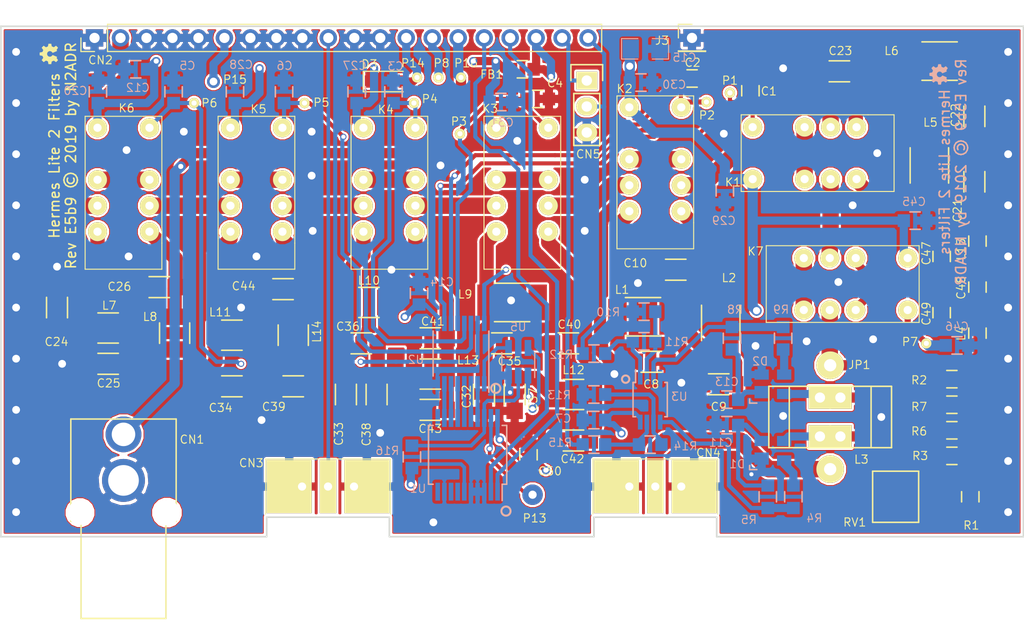
<source format=kicad_pcb>
(kicad_pcb (version 20211014) (generator pcbnew)
  (title_block (title "HL2 Filter Board") (date "2019-08-15") (rev "E5b9") (company "N2ADR"))
  (layers (0 "F.Cu" signal) (1 "In1.Cu" signal) (2 "In2.Cu" signal) (31 "B.Cu" signal) (34 "B.Paste" user) (35 "F.Paste" user) (36 "B.SilkS" user "B.Silkscreen") (37 "F.SilkS" user "F.Silkscreen") (38 "B.Mask" user) (39 "F.Mask" user) (44 "Edge.Cuts" user))
  (net 0 "")
  (net 1 "GND")
  (net 2 "Band1")
  (net 3 "Band2")
  (net 4 "Band3")
  (net 5 "Band4")
  (net 6 "Band5")
  (net 7 "Net-(U1-Pad12)")
  (net 8 "Net-(U1-Pad13)")
  (net 9 "Net-(U1-Pad14)")
  (net 10 "Net-(U1-Pad15)")
  (net 11 "Net-(C8-Pad2)")
  (net 12 "Net-(C9-Pad2)")
  (net 13 "Net-(C10-Pad2)")
  (net 14 "Net-(K1-Pad3)")
  (net 15 "Net-(K2-Pad3)")
  (net 16 "Net-(K2-Pad2)")
  (net 17 "Net-(K3-Pad3)")
  (net 18 "Net-(K3-Pad2)")
  (net 19 "Net-(K4-Pad3)")
  (net 20 "Net-(K4-Pad2)")
  (net 21 "Net-(K5-Pad3)")
  (net 22 "Net-(K5-Pad2)")
  (net 23 "Net-(K6-Pad2)")
  (net 24 "Net-(C21-Pad1)")
  (net 25 "Net-(C24-Pad2)")
  (net 26 "Net-(C25-Pad2)")
  (net 27 "Net-(C26-Pad2)")
  (net 28 "Net-(C32-Pad2)")
  (net 29 "Net-(C33-Pad2)")
  (net 30 "Net-(C34-Pad2)")
  (net 31 "Net-(C35-Pad1)")
  (net 32 "Net-(C36-Pad1)")
  (net 33 "Net-(C39-Pad2)")
  (net 34 "Net-(C40-Pad1)")
  (net 35 "Net-(C41-Pad1)")
  (net 36 "Net-(C44-Pad2)")
  (net 37 "FilterOut")
  (net 38 "Band6")
  (net 39 "Net-(U1-Pad16)")
  (net 40 "Net-(U1-Pad17)")
  (net 41 "Net-(C22-Pad1)")
  (net 42 "Net-(C23-Pad1)")
  (net 43 "Net-(K1-Pad2)")
  (net 44 "Net-(C11-Pad1)")
  (net 45 "Net-(C13-Pad1)")
  (net 46 "Net-(D1-Pad3)")
  (net 47 "Net-(D1-Pad4)")
  (net 48 "Net-(D2-Pad3)")
  (net 49 "Net-(D2-Pad4)")
  (net 50 "Net-(R10-Pad2)")
  (net 51 "Net-(R11-Pad2)")
  (net 52 "Net-(R13-Pad2)")
  (net 53 "Net-(R14-Pad2)")
  (net 54 "Net-(C47-Pad1)")
  (net 55 "Net-(C47-Pad2)")
  (net 56 "Net-(C48-Pad1)")
  (net 57 "Net-(C49-Pad1)")
  (net 58 "Net-(K1-Pad6)")
  (net 59 "Net-(K7-Pad4)")
  (net 60 "RFInput")
  (net 61 "Net-(R4-Pad1)")
  (net 62 "Net-(R8-Pad1)")
  (net 63 "Net-(R2-Pad1)")
  (net 64 "Net-(R1-Pad2)")
  (net 65 "Net-(U2-Pad1)")
  (net 66 "Band7")
  (net 67 "INTTR")
  (net 68 "Net-(P13-Pad1)")
  (net 69 "Net-(RV1-Pad3)")
  (net 70 "Net-(U1-Pad7)")
  (net 71 "Net-(U1-Pad8)")
  (net 72 "Net-(U1-Pad10)")
  (net 73 "Net-(U1-Pad11)")
  (net 74 "+3V3")
  (net 75 "Net-(R16-Pad2)")
  (net 76 "Net-(CN1-Pad1)")
  (net 77 "Net-(CN2-Pad6)")
  (net 78 "Net-(CN2-Pad10)")
  (net 79 "Net-(CN2-Pad14)")
  (net 80 "Net-(CN2-Pad16)")
  (net 81 "Net-(CN2-Pad17)")
  (net 82 "Net-(CN2-Pad18)")
  (net 83 "Net-(CN2-Pad19)")
  (net 84 "Net-(CN2-Pad20)")
  (net 85 "Net-(CN4-Pad1)")
  (footprint "Local:SMD_0805" (layer "F.Cu") (at 138.3 61.3 -90)
    (fp_text reference "C1")
    (fp_text value "100n")
  )
  (footprint "Local:SMD_0805" (layer "F.Cu") (at 132.6 60.1 180)
    (fp_text reference "C2")
    (fp_text value "100n")
  )
  (footprint "Local:SMD_0805" (layer "F.Cu") (at 117.5 62.1 180)
    (fp_text reference "C4")
    (fp_text value "100n")
  )
  (footprint "Local:SMD_1206" (layer "F.Cu") (at 128.6 87.8 180)
    (fp_text reference "C8")
    (fp_text value "1000p")
  )
  (footprint "Local:SMD_1206" (layer "F.Cu") (at 135.2 90)
    (fp_text reference "C9")
    (fp_text value "1800p")
  )
  (footprint "Local:SMD_1206" (layer "F.Cu") (at 131 78.8)
    (fp_text reference "C10")
    (fp_text value "1000p")
  )
  (footprint "Wire_Connections_Bridges:WireConnection_1.20mmDrill" (layer "F.Cu") (at 146.1 98.3 90)
    (fp_text reference "JP1")
    (fp_text value "1T")
  )
  (footprint "Local:ToroidT37" (layer "F.Cu") (at 146.1 93.2 180)
    (fp_text reference "L3")
    (fp_text value "10T")
  )
  (footprint "Local:WirePad_0.5mm" (layer "F.Cu") (at 109.9 65.5)
    (fp_text reference "P3")
    (fp_text value "TST")
  )
  (footprint "Local:WirePad_0.5mm" (layer "F.Cu") (at 83.9 62.5)
    (fp_text reference "P6")
    (fp_text value "TST")
  )
  (footprint "Local:SMD_0805" (layer "F.Cu") (at 158 89.5 180)
    (fp_text reference "R2")
    (fp_text value "2K2 1%")
  )
  (footprint "Local:SMD_0805" (layer "F.Cu") (at 158 97)
    (fp_text reference "R3")
    (fp_text value "56 1%")
  )
  (footprint "Local:SMD_0805" (layer "F.Cu") (at 158 94.5 180)
    (fp_text reference "R6")
    (fp_text value "18 1%")
  )
  (footprint "Local:SMD_0805" (layer "F.Cu") (at 158 92)
    (fp_text reference "R7")
    (fp_text value "18 1%")
  )
  (footprint "Local:SMD_1206" (layer "F.Cu") (at 160.2 70.2 90)
    (fp_text reference "C21")
    (fp_text value "1800p")
  )
  (footprint "Local:SMD_1206" (layer "F.Cu") (at 160.2 63.8 -90)
    (fp_text reference "C22")
    (fp_text value "3300p")
  )
  (footprint "Local:SMD_1206" (layer "F.Cu") (at 147 59.4 180)
    (fp_text reference "C23")
    (fp_text value "1800p")
  )
  (footprint "Local:SMD_1206" (layer "F.Cu") (at 70.5 82.5 -90)
    (fp_text reference "C24")
    (fp_text value "150p")
  )
  (footprint "Local:SMD_1206" (layer "F.Cu") (at 75.5 88)
    (fp_text reference "C25")
    (fp_text value "330p")
  )
  (footprint "Local:SMD_1206" (layer "F.Cu") (at 80.5 80.5)
    (fp_text reference "C26")
    (fp_text value "150p")
  )
  (footprint "Local:SMD_1210" (layer "F.Cu") (at 75.5 84.5)
    (fp_text reference "L7")
    (fp_text value "220n")
  )
  (footprint "Local:SMD_1210" (layer "F.Cu") (at 82 85 90)
    (fp_text reference "L8")
    (fp_text value "220n")
  )
  (footprint "Local:SMD_1206" (layer "F.Cu") (at 112.25 91 90)
    (fp_text reference "C32")
    (fp_text value "270p")
  )
  (footprint "Local:SMD_1206" (layer "F.Cu") (at 98.75 91 90)
    (fp_text reference "C33")
    (fp_text value "150p")
  )
  (footprint "Local:SMD_1206" (layer "F.Cu") (at 87.6 90.2 180)
    (fp_text reference "C34")
    (fp_text value "180p")
  )
  (footprint "Local:SMD_1206" (layer "F.Cu") (at 114 86 180)
    (fp_text reference "C35")
    (fp_text value "100p")
  )
  (footprint "Local:SMD_1206" (layer "F.Cu") (at 100.25 86 180)
    (fp_text reference "C36")
    (fp_text value "39p")
  )
  (footprint "Local:SMD_1206" (layer "F.Cu") (at 115.25 91 90)
    (fp_text reference "C37")
    (fp_text value "560p")
  )
  (footprint "Local:SMD_1206" (layer "F.Cu") (at 101.75 91 90)
    (fp_text reference "C38")
    (fp_text value "270p")
  )
  (footprint "Local:SMD_1206" (layer "F.Cu") (at 93.6 90.2)
    (fp_text reference "C39")
    (fp_text value "330p")
  )
  (footprint "Local:SMD_1206" (layer "F.Cu") (at 120.5 86 180)
    (fp_text reference "C40")
    (fp_text value "270p")
  )
  (footprint "Local:SMD_1206" (layer "F.Cu") (at 107 85.5 180)
    (fp_text reference "C41")
    (fp_text value "220p")
  )
  (footprint "Local:SMD_1206" (layer "F.Cu") (at 121 95.5)
    (fp_text reference "C42")
    (fp_text value "220p")
  )
  (footprint "Local:SMD_1206" (layer "F.Cu") (at 107 92.5)
    (fp_text reference "C43")
    (fp_text value "68p")
  )
  (footprint "Local:SMD_1206" (layer "F.Cu") (at 92.6 80.7)
    (fp_text reference "C44")
    (fp_text value "180p")
  )
  (footprint "Local:SMD_1210" (layer "F.Cu") (at 101 82)
    (fp_text reference "L10")
    (fp_text value "560n")
  )
  (footprint "Local:SMD_1210" (layer "F.Cu") (at 87.6 85.2)
    (fp_text reference "L11")
    (fp_text value "390n")
  )
  (footprint "Local:SMD_1210" (layer "F.Cu") (at 107 89)
    (fp_text reference "L13")
    (fp_text value "270n")
  )
  (footprint "Local:SMD_1210" (layer "F.Cu") (at 93.6 85.2 90)
    (fp_text reference "L14")
    (fp_text value "390n")
  )
  (footprint "Local:WirePad_0.5mm" (layer "F.Cu") (at 136.3 61.5 180)
    (fp_text reference "P1")
    (fp_text value "TST")
  )
  (footprint "Local:WirePad_0.5mm" (layer "F.Cu") (at 134 62.4 90)
    (fp_text reference "P2")
    (fp_text value "TST")
  )
  (footprint "Local:WirePad_0.5mm" (layer "F.Cu") (at 105.4 62.5)
    (fp_text reference "P4")
    (fp_text value "TST")
  )
  (footprint "Local:WirePad_0.5mm" (layer "F.Cu") (at 94.7 62.5)
    (fp_text reference "P5")
    (fp_text value "TST")
  )
  (footprint "Local:SMD_1812" (layer "F.Cu") (at 127.8 83.4)
    (fp_text reference "L1")
    (fp_text value "1.8u")
  )
  (footprint "Local:SMD_1812" (layer "F.Cu") (at 135.4 84 90)
    (fp_text reference "L2")
    (fp_text value "1.8u")
  )
  (footprint "Local:SMD_1812" (layer "F.Cu") (at 155.8 68.6 90)
    (fp_text reference "L5")
    (fp_text value "3.9u")
  )
  (footprint "Local:SMD_1812" (layer "F.Cu") (at 156.8 58.4 180)
    (fp_text reference "L6")
    (fp_text value "3.9u")
  )
  (footprint "Local:SMD_1812" (layer "F.Cu") (at 115 82)
    (fp_text reference "L9")
    (fp_text value "1000n")
  )
  (footprint "Local:SMD_1210" (layer "F.Cu") (at 121 91)
    (fp_text reference "L12")
    (fp_text value "680n")
  )
  (footprint "Local:SMD_0805" (layer "F.Cu") (at 116.6 96.9 -90)
    (fp_text reference "C50")
    (fp_text value "100n")
  )
  (footprint "Local:WirePad_0.5mm" (layer "F.Cu") (at 155.5 86)
    (fp_text reference "P7")
    (fp_text value "TST")
  )
  (footprint "Local:SMD_0805" (layer "F.Cu") (at 157 77.5 -90)
    (fp_text reference "C47")
    (fp_text value "1500p")
  )
  (footprint "Local:SMD_0805" (layer "F.Cu") (at 160.5 80.5 90)
    (fp_text reference "C48")
    (fp_text value "680p")
  )
  (footprint "Local:SMD_0805" (layer "F.Cu") (at 157 83 -90)
    (fp_text reference "C49")
    (fp_text value "1500p")
  )
  (footprint "Local:SMD_0805" (layer "F.Cu") (at 160.5 85 90)
    (fp_text reference "L4")
    (fp_text value "1.8u")
  )
  (footprint "Local:SMD_0805" (layer "F.Cu") (at 160.5 76 -90)
    (fp_text reference "L15")
    (fp_text value "1.8u")
  )
  (footprint "Local:BNCEDGE" (layer "F.Cu") (at 129 102.7)
    (fp_text reference "CN4")
    (fp_text value "SMA" hide)
  )
  (footprint "Local:BNCEDGE" (layer "F.Cu") (at 97 102.7)
    (fp_text reference "CN3")
    (fp_text value "SMA" hide)
  )
  (footprint "Local:SMD_0805" (layer "F.Cu") (at 159.8 101 90)
    (fp_text reference "R1")
    (fp_text value "22 1%")
  )
  (footprint "Local:RelayDPDT01" (layer "F.Cu") (at 143.6 67.4)
    (fp_text reference "K1")
    (fp_text value "EC2-3NU")
  )
  (footprint "Local:RelayDPDT01" (layer "F.Cu") (at 129 68 -90)
    (fp_text reference "K2")
    (fp_text value "EC2-3NU")
  )
  (footprint "Local:RelayDPDT01" (layer "F.Cu") (at 116 70 -90)
    (fp_text reference "K3")
    (fp_text value "EC2-3NU")
  )
  (footprint "Local:RelayDPDT01" (layer "F.Cu") (at 103 70 -90)
    (fp_text reference "K4")
    (fp_text value "EC2-3NU")
  )
  (footprint "Local:RelayDPDT01" (layer "F.Cu") (at 90 70 -90)
    (fp_text reference "K5")
    (fp_text value "EC2-3NU")
  )
  (footprint "Local:RelayDPDT01" (layer "F.Cu") (at 77 70 -90)
    (fp_text reference "K6")
    (fp_text value "EC2-3NU")
  )
  (footprint "Local:RelayDPDT01" (layer "F.Cu") (at 148.6 80.2 180)
    (fp_text reference "K7")
    (fp_text value "EC2-3NU")
  )
  (footprint "Pin_Headers:Pin_Header_Straight_1x03" (layer "F.Cu") (at 122.3 60.3)
    (fp_text reference "CN5")
    (fp_text value "CONN_01X03")
  )
  (footprint "Local:Trimpot_Bourns_3314G" (layer "F.Cu") (at 152.5 101 90)
    (fp_text reference "RV1")
    (fp_text value "DNI")
  )
  (footprint "Pin_Headers:Pin_Header_Straight_1x01_Pitch2.54mm" (layer "F.Cu") (at 132.588 56.134)
    (fp_text reference "J3")
    (fp_text value "Conn_01x01")
  )
  (footprint "Pin_Headers:Pin_Header_Straight_1x20_Pitch2.54mm" (layer "F.Cu") (at 74.168 56.134 90)
    (fp_text reference "CN2")
    (fp_text value "Conn_01x20")
  )
  (footprint "Wire_Pads:SolderWirePad_single_0-8mmDrill" (layer "F.Cu") (at 117 100.8)
    (fp_text reference "P13")
    (fp_text value "TST")
  )
  (footprint "Local:PhonoRcaRCJ-04x" (layer "F.Cu") (at 77 103.4 180)
    (fp_text reference "CN1")
    (fp_text value "Audio-Jack-2")
  )
  (footprint "Local:WirePad_0.5mm" (layer "F.Cu") (at 107.8 60)
    (fp_text reference "P8")
    (fp_text value "TST")
  )
  (footprint "Local:WirePad_0.5mm" (layer "F.Cu") (at 105.7 60)
    (fp_text reference "P14")
    (fp_text value "TST")
  )
  (footprint "N2ADR:SolderWirePad_single_0-8mmDrill" (layer "F.Cu") (at 85.8 60.4)
    (fp_text reference "P15")
    (fp_text value "TST")
  )
  (footprint "Local:WirePad_0.5mm" (layer "F.Cu") (at 110 60)
    (fp_text reference "P16")
    (fp_text value "TST")
  )
  (footprint "Local:via30" (layer "F.Cu") (at 82.9 65.3)
    (fp_text reference "REF**" hide)
    (fp_text value "via" hide)
  )
  (footprint "Local:via30" (layer "F.Cu") (at 108 68.6)
    (fp_text reference "REF**" hide)
    (fp_text value "via" hide)
  )
  (footprint "Local:via30" (layer "F.Cu") (at 141.5 59.1)
    (fp_text reference "REF**" hide)
    (fp_text value "via" hide)
  )
  (footprint "Local:via30" (layer "F.Cu") (at 163.5 57.5)
    (fp_text reference "REF**" hide)
    (fp_text value "via" hide)
  )
  (footprint "Local:via30" (layer "F.Cu") (at 163.5 62.5)
    (fp_text reference "REF**" hide)
    (fp_text value "via" hide)
  )
  (footprint "Local:via30" (layer "F.Cu") (at 163.5 67.5)
    (fp_text reference "REF**" hide)
    (fp_text value "via" hide)
  )
  (footprint "Local:via30" (layer "F.Cu") (at 163.5 72.5)
    (fp_text reference "REF**" hide)
    (fp_text value "via" hide)
  )
  (footprint "Local:via30" (layer "F.Cu") (at 163.5 77.5)
    (fp_text reference "REF**" hide)
    (fp_text value "via" hide)
  )
  (footprint "Local:via30" (layer "F.Cu") (at 163.5 82.5)
    (fp_text reference "REF**" hide)
    (fp_text value "via" hide)
  )
  (footprint "Local:via30" (layer "F.Cu") (at 163.5 87.5)
    (fp_text reference "REF**" hide)
    (fp_text value "via" hide)
  )
  (footprint "Local:via30" (layer "F.Cu") (at 163.5 92.5)
    (fp_text reference "REF**" hide)
    (fp_text value "via" hide)
  )
  (footprint "Local:via30" (layer "F.Cu") (at 163.5 97.5)
    (fp_text reference "REF**" hide)
    (fp_text value "via" hide)
  )
  (footprint "Local:via30" (layer "F.Cu") (at 163.5 102.5)
    (fp_text reference "REF**" hide)
    (fp_text value "via" hide)
  )
  (footprint "Local:via30" (layer "F.Cu") (at 66.5 57.5)
    (fp_text reference "REF**" hide)
    (fp_text value "via" hide)
  )
  (footprint "Local:via30" (layer "F.Cu") (at 66.5 62.5)
    (fp_text reference "REF**" hide)
    (fp_text value "via" hide)
  )
  (footprint "Local:via30" (layer "F.Cu") (at 66.5 67.5)
    (fp_text reference "REF**" hide)
    (fp_text value "via" hide)
  )
  (footprint "Local:via30" (layer "F.Cu") (at 66.5 72.5)
    (fp_text reference "REF**" hide)
    (fp_text value "via" hide)
  )
  (footprint "Local:via30" (layer "F.Cu") (at 66.5 77.5)
    (fp_text reference "REF**" hide)
    (fp_text value "via" hide)
  )
  (footprint "Local:via30" (layer "F.Cu") (at 66.5 82.5)
    (fp_text reference "REF**" hide)
    (fp_text value "via" hide)
  )
  (footprint "Local:via30" (layer "F.Cu") (at 66.5 87.5)
    (fp_text reference "REF**" hide)
    (fp_text value "via" hide)
  )
  (footprint "Local:via30" (layer "F.Cu") (at 66.5 92.5)
    (fp_text reference "REF**" hide)
    (fp_text value "via" hide)
  )
  (footprint "Local:via30" (layer "F.Cu") (at 66.5 97.5)
    (fp_text reference "REF**" hide)
    (fp_text value "via" hide)
  )
  (footprint "Local:via30" (layer "F.Cu") (at 66.5 102.5)
    (fp_text reference "REF**" hide)
    (fp_text value "via" hide)
  )
  (footprint "Local:via30" (layer "F.Cu") (at 70.5 78.5)
    (fp_text reference "REF**" hide)
    (fp_text value "via" hide)
  )
  (footprint "Local:via30" (layer "F.Cu") (at 71 88)
    (fp_text reference "REF**" hide)
    (fp_text value "via" hide)
  )
  (footprint "Local:via30" (layer "F.Cu") (at 77.5 77.5)
    (fp_text reference "REF**" hide)
    (fp_text value "via" hide)
  )
  (footprint "Local:via30" (layer "F.Cu") (at 90 77.5)
    (fp_text reference "REF**" hide)
    (fp_text value "via" hide)
  )
  (footprint "Local:via30" (layer "F.Cu") (at 88.5 82.5)
    (fp_text reference "REF**" hide)
    (fp_text value "via" hide)
  )
  (footprint "Local:via30" (layer "F.Cu") (at 90.5 93.5)
    (fp_text reference "REF**" hide)
    (fp_text value "via" hide)
  )
  (footprint "Local:via30" (layer "F.Cu") (at 102.1 94.75)
    (fp_text reference "REF**" hide)
    (fp_text value "via" hide)
  )
  (footprint "Local:via30" (layer "F.Cu") (at 103.2 78.8)
    (fp_text reference "REF**" hide)
    (fp_text value "via" hide)
  )
  (footprint "Local:via30" (layer "F.Cu") (at 107.3 103.5)
    (fp_text reference "REF**" hide)
    (fp_text value "via" hide)
  )
  (footprint "Local:via30" (layer "F.Cu") (at 125 89)
    (fp_text reference "REF**" hide)
    (fp_text value "via" hide)
  )
  (footprint "Local:via30" (layer "F.Cu") (at 127.3 80.1)
    (fp_text reference "REF**" hide)
    (fp_text value "via" hide)
  )
  (footprint "Local:via30" (layer "F.Cu") (at 148.3 72.5)
    (fp_text reference "REF**" hide)
    (fp_text value "via" hide)
  )
  (footprint "Local:via30" (layer "F.Cu") (at 143.8 85.8)
    (fp_text reference "REF**" hide)
    (fp_text value "via" hide)
  )
  (footprint "Local:via30" (layer "F.Cu") (at 114.9 81.8)
    (fp_text reference "REF**" hide)
    (fp_text value "via" hide)
  )
  (footprint "Local:via30" (layer "F.Cu") (at 95.4 69.6)
    (fp_text reference "REF**" hide)
    (fp_text value "via" hide)
  )
  (footprint "Local:via30" (layer "F.Cu") (at 131.55 89.85)
    (fp_text reference "REF**" hide)
    (fp_text value "via" hide)
  )
  (footprint "Local:via30" (layer "F.Cu") (at 141.5 93.1)
    (fp_text reference "REF**" hide)
    (fp_text value "via" hide)
  )
  (footprint "Local:via30" (layer "F.Cu") (at 135.7 65.5)
    (fp_text reference "REF**" hide)
    (fp_text value "via" hide)
  )
  (footprint "Local:via30" (layer "F.Cu") (at 122.1 75)
    (fp_text reference "REF**" hide)
    (fp_text value "via" hide)
  )
  (footprint "Local:via30" (layer "F.Cu") (at 115.5 66.2)
    (fp_text reference "REF**" hide)
    (fp_text value "via" hide)
  )
  (footprint "Local:via30" (layer "F.Cu") (at 150.7 67.4)
    (fp_text reference "REF**" hide)
    (fp_text value "via" hide)
  )
  (footprint "Local:via30" (layer "F.Cu") (at 150.3 85.6)
    (fp_text reference "REF**" hide)
    (fp_text value "via" hide)
  )
  (footprint "Local:via30" (layer "F.Cu") (at 151.1 93.2)
    (fp_text reference "REF**" hide)
    (fp_text value "via" hide)
  )
  (footprint "Local:via30" (layer "F.Cu") (at 95.5 75)
    (fp_text reference "REF**" hide)
    (fp_text value "via" hide)
  )
  (footprint "Local:via30" (layer "F.Cu") (at 95.4 65.3)
    (fp_text reference "REF**" hide)
    (fp_text value "via" hide)
  )
  (footprint "Local:via30" (layer "F.Cu") (at 77.3 67.1)
    (fp_text reference "REF**" hide)
    (fp_text value "via" hide)
  )
  (footprint "Diodes_SMD:D_SOD-123" (layer "F.Cu") (at 102.7 60.4)
    (fp_text reference "D3")
    (fp_text value "1N4148")
  )
  (footprint "N2ADR:SMD_0805" (layer "F.Cu") (at 116 59.2)
    (fp_text reference "FB1")
    (fp_text value "FB")
  )
  (footprint "Local:via30" (layer "F.Cu") (at 138.8 86.25)
    (fp_text reference "REF**" hide)
    (fp_text value "via" hide)
  )
  (footprint "N2ADR:OSHW-logo_silkscreen-front_2mm" (layer "F.Cu") (at 69.7 57.7 90)
    (fp_text reference "G***" hide)
    (fp_text value "OSHW-logo_silkscreen-front_2mm" hide)
  )
  (footprint "Local:via30" (layer "F.Cu") (at 122.1 70)
    (fp_text reference "REF**" hide)
    (fp_text value "via" hide)
  )
  (footprint "Local:via30" (layer "F.Cu") (at 146.9 80)
    (fp_text reference "REF**" hide)
    (fp_text value "via" hide)
  )
  (footprint "Local:SMD_0805" (layer "B.Cu") (at 103.4 61.4 -90)
    (fp_text reference "C3")
    (fp_text value "100n")
  )
  (footprint "Local:SMD_0805" (layer "B.Cu") (at 81.9 61.4 -90)
    (fp_text reference "C5")
    (fp_text value "100n")
  )
  (footprint "Local:SMD_0805" (layer "B.Cu") (at 92.7 61.4 -90)
    (fp_text reference "C6")
    (fp_text value "100n")
  )
  (footprint "Local:SMD_0805" (layer "B.Cu") (at 136 94 180)
    (fp_text reference "C11")
    (fp_text value "100n")
  )
  (footprint "Local:SMD_0805" (layer "B.Cu") (at 136 91.5 180)
    (fp_text reference "C13")
    (fp_text value "100n")
  )
  (footprint "Local:SMD_0805" (layer "B.Cu") (at 105.9 81.1 -90)
    (fp_text reference "C14")
    (fp_text value "100n")
  )
  (footprint "Local:SMD_0805" (layer "B.Cu") (at 140 101 90)
    (fp_text reference "R5")
    (fp_text value "4K7")
  )
  (footprint "Local:SMD_0805" (layer "B.Cu") (at 136.5 85.5 -90)
    (fp_text reference "R8")
    (fp_text value "4K7")
  )
  (footprint "Local:SMD_0805" (layer "B.Cu") (at 99.8 61.4 -90)
    (fp_text reference "C27")
    (fp_text value "100n")
  )
  (footprint "Local:SMD_0805" (layer "B.Cu") (at 87.9 61.4 -90)
    (fp_text reference "C28")
    (fp_text value "100n")
  )
  (footprint "Local:SMD_0805" (layer "B.Cu") (at 135.8 71.1 90)
    (fp_text reference "C29")
    (fp_text value "100n")
  )
  (footprint "Local:SMD_0805" (layer "B.Cu") (at 127.6 60.5 180)
    (fp_text reference "C30")
    (fp_text value "100n")
  )
  (footprint "Local:SMD_0805" (layer "B.Cu") (at 113.9 62.4 180)
    (fp_text reference "C31")
    (fp_text value "100n")
  )
  (footprint "Housings_SSOP:SSOP-20_5.3x7.2mm_Pitch0.65mm" (layer "B.Cu") (at 110.65 96.9 90)
    (fp_text reference "U1")
    (fp_text value "MCP23008")
  )
  (footprint "Housings_SSOP:TSSOP-16_4.4x5mm_Pitch0.65mm" (layer "B.Cu") (at 110 87 90)
    (fp_text reference "U2")
    (fp_text value "ULN2003LV")
  )
  (footprint "Local:SMD_0805" (layer "B.Cu") (at 74.5 61.4 -90)
    (fp_text reference "C20")
    (fp_text value "100n")
  )
  (footprint "TO_SOT_Packages_SMD:SOT-143" (layer "B.Cu") (at 140.5 96.5 90)
    (fp_text reference "D1")
    (fp_text value "BAS40-07")
  )
  (footprint "TO_SOT_Packages_SMD:SOT-143" (layer "B.Cu") (at 140.5 90 90)
    (fp_text reference "D2")
    (fp_text value "BAS40-07")
  )
  (footprint "Local:SMD_0805" (layer "B.Cu") (at 142.5 101 90)
    (fp_text reference "R4")
    (fp_text value "4K7")
  )
  (footprint "Local:SMD_0805" (layer "B.Cu") (at 141.5 85.5 90)
    (fp_text reference "R9")
    (fp_text value "4K7")
  )
  (footprint "Local:SMD_0805" (layer "B.Cu") (at 127.9 82.9)
    (fp_text reference "R10")
    (fp_text value "2K2 1%")
  )
  (footprint "Local:SMD_0805" (layer "B.Cu") (at 127.9 85.8 180)
    (fp_text reference "R11")
    (fp_text value "6K2 1%")
  )
  (footprint "Local:SMD_0805" (layer "B.Cu") (at 123 87 180)
    (fp_text reference "R12")
    (fp_text value "330")
  )
  (footprint "Local:SMD_0805" (layer "B.Cu") (at 123 91)
    (fp_text reference "R13")
    (fp_text value "2K2 1%")
  )
  (footprint "Local:SMD_0805" (layer "B.Cu") (at 128.5 95.9 180)
    (fp_text reference "R14")
    (fp_text value "6K2 1%")
  )
  (footprint "Local:SMD_0805" (layer "B.Cu") (at 123 95.9 180)
    (fp_text reference "R15")
    (fp_text value "330")
  )
  (footprint "Housings_SSOP:MSOP-8_3x3mm_Pitch0.65mm" (layer "B.Cu") (at 128.5 91.5 -90)
    (fp_text reference "U3")
    (fp_text value "AD8692")
  )
  (footprint "Local:SMD_0805" (layer "B.Cu") (at 154.4 74 180)
    (fp_text reference "C45")
    (fp_text value "100n")
  )
  (footprint "Local:SMD_0805" (layer "B.Cu") (at 158.5 86.2 180)
    (fp_text reference "C46")
    (fp_text value "100n")
  )
  (footprint "Local:SMD_0805" (layer "B.Cu") (at 123 93.5)
    (fp_text reference "C7")
    (fp_text value "100n")
  )
  (footprint "TO_SOT_Packages_SMD:SOT-23-5_HandSoldering" (layer "B.Cu") (at 115.6 87.8 90)
    (fp_text reference "U5")
    (fp_text value "74LVC1G00")
  )
  (footprint "N2ADR:SMD_0805" (layer "B.Cu") (at 78.2 59.2)
    (fp_text reference "C12")
    (fp_text value "22uF")
  )
  (footprint "N2ADR:SMD-1206" (layer "B.Cu") (at 128 57.2 180)
    (fp_text reference "C15")
    (fp_text value "100uF" hide)
  )
  (footprint "N2ADR:SMD_0805" (layer "B.Cu") (at 105.2 97.1 90)
    (fp_text reference "R16")
    (fp_text value "DNI")
  )
  (footprint "N2ADR:OSHW-logo_silkscreen-back_2mm" (layer "B.Cu") (at 156.7 59.7 -90)
    (fp_text reference "G***" hide)
    (fp_text value "OSHW-logo_silkscreen-back_2mm" hide)
  )
  (gr_circle (center 113.4 90.4) (end 113.2 90.8) (layer "B.SilkS") (width 0.2) (fill none))
  (gr_circle (center 114.4 102.4) (end 114.2 102.8) (layer "B.SilkS") (width 0.2) (fill none))
  (gr_circle (center 126.1 89.5) (end 125.8 89.7) (layer "B.SilkS") (width 0.2) (fill none))
  (gr_line (start 165 55) (end 165 104.9) (layer "Edge.Cuts") (width 0.15))
  (gr_line (start 65 55) (end 165 55) (layer "Edge.Cuts") (width 0.15))
  (gr_line (start 91 103) (end 103 103) (layer "Edge.Cuts") (width 0.15))
  (gr_line (start 135 103) (end 135 104.9) (layer "Edge.Cuts") (width 0.15))
  (gr_line (start 103 104.9) (end 123 104.9) (layer "Edge.Cuts") (width 0.15))
  (gr_line (start 91 104.9) (end 91 103) (layer "Edge.Cuts") (width 0.15))
  (gr_line (start 91 104.9) (end 65 104.9) (layer "Edge.Cuts") (width 0.15))
  (gr_line (start 103 103) (end 103 104.9) (layer "Edge.Cuts") (width 0.15))
  (gr_line (start 135 104.9) (end 165 104.9) (layer "Edge.Cuts") (width 0.15))
  (gr_line (start 123 104.9) (end 123 103) (layer "Edge.Cuts") (width 0.15))
  (gr_line (start 123 103) (end 135 103) (layer "Edge.Cuts") (width 0.15))
  (gr_line (start 65 104.9) (end 65 55) (layer "Edge.Cuts") (width 0.15))
  (gr_text "Hermes Lite 2 Filters\nRev E5b9 © 2019 by N2ADR" (at 158.1 69.25 90) (layer "B.SilkS") (effects (font (size 1 1)) (justify mirror)))
  (gr_text "Hermes Lite 2 Filters\nRev E5b9 © 2019 by N2ADR" (at 71.05 67.65 90) (layer "F.SilkS") (effects (font (size 1 1))))
  (segment (start 114.8 90.8) (end 115.25 91.25) (width 0.35) (layer "F.Cu") (net 1))
  (segment (start 115.25 91.25) (end 115.25 92.6) (width 0.35) (layer "F.Cu") (net 1))
  (segment (start 160.2 65.4) (end 160.2 68.6) (width 1.4) (layer "F.Cu") (net 1))
  (via (at 114.8 90.8) (size 0.6) (drill 0.4) (layers "F.Cu" "B.Cu") (net 1))
  (via (at 138.4 98.8) (size 0.6) (drill 0.4) (layers "F.Cu" "B.Cu") (net 1))
  (segment (start 112.275 102.525) (end 112.2 102.6) (width 0.4) (layer "B.Cu") (net 1))
  (segment (start 111.625 102.575) (end 111.6 102.6) (width 0.4) (layer "B.Cu") (net 1))
  (segment (start 110.975 102.575) (end 111 102.6) (width 0.4) (layer "B.Cu") (net 1))
  (segment (start 114.65 90.65) (end 114.8 90.8) (width 0.35) (layer "B.Cu") (net 1))
  (segment (start 131 89.3) (end 131.55 89.85) (width 0.35) (layer "B.Cu") (net 1))
  (segment (start 108.375 102.375) (end 108.4 102.4) (width 0.35) (layer "B.Cu") (net 1))
  (segment (start 106.9 89.95) (end 102.1 94.75) (width 0.35) (layer "B.Cu") (net 1))
  (segment (start 139.40018 97.79982) (end 138.4 98.8) (width 0.4) (layer "B.Cu") (net 1))
  (segment (start 110.975 100.5) (end 110.975 102.575) (width 0.4) (layer "B.Cu") (net 1))
  (segment (start 114.65 89.15) (end 114.65 90.65) (width 0.35) (layer "B.Cu") (net 1))
  (segment (start 107.725 89.95) (end 106.9 89.95) (width 0.35) (layer "B.Cu") (net 1))
  (segment (start 111.625 100.5) (end 111.625 102.575) (width 0.4) (layer "B.Cu") (net 1))
  (segment (start 129.475 89.3) (end 131 89.3) (width 0.35) (layer "B.Cu") (net 1))
  (segment (start 107.725 89.95) (end 107.725 90.025) (width 0.35) (layer "B.Cu") (net 1))
  (segment (start 77 99.5) (end 78 99.5) (width 1) (layer "B.Cu") (net 1))
  (segment (start 139.40018 97.26962) (end 139.40018 97.79982) (width 0.4) (layer "B.Cu") (net 1))
  (segment (start 112.275 100.5) (end 112.275 102.525) (width 0.4) (layer "B.Cu") (net 1))
  (segment (start 108.375 100.5) (end 108.375 102.375) (width 0.35) (layer "B.Cu") (net 1))
  (segment (start 138.6 64.78) (end 138.52 64.86) (width 0.8) (layer "F.Cu") (net 2))
  (segment (start 119.8 68.4) (end 112 68.4) (width 0.4) (layer "F.Cu") (net 2))
  (segment (start 112 68.4) (end 110.4 70) (width 0.4) (layer "F.Cu") (net 2))
  (segment (start 109.8 70.6) (end 110.4 70) (width 0.4) (layer "F.Cu") (net 2))
  (segment (start 123.7 68.4) (end 126.3 65.8) (width 0.4) (layer "F.Cu") (net 2))
  (segment (start 126.3 65.8) (end 128.5 65.8) (width 0.4) (layer "F.Cu") (net 2))
  (segment (start 128.9 65.8) (end 129.3 65.4) (width 0.4) (layer "F.Cu") (net 2))
  (segment (start 129.3 65.4) (end 133.4 65.4) (width 0.4) (layer "F.Cu") (net 2))
  (segment (start 133.4 65.4) (end 136.4 62.4) (width 0.4) (layer "F.Cu") (net 2))
  (segment (start 136.4 62.4) (end 138.3 62.4) (width 0.4) (layer "F.Cu") (net 2))
  (segment (start 138.52 62.62) (end 138.3 62.4) (width 0.4) (layer "F.Cu") (net 2))
  (segment (start 136.3 62.3) (end 136.4 62.4) (width 0.4) (layer "F.Cu") (net 2))
  (segment (start 119.8 68.4) (end 123.7 68.4) (width 0.4) (layer "F.Cu") (net 2))
  (segment (start 136.3 61.5) (end 136.3 62.3) (width 0.4) (layer "F.Cu") (net 2))
  (segment (start 138.52 64.86) (end 138.52 62.62) (width 0.4) (layer "F.Cu") (net 2))
  (segment (start 128.5 65.8) (end 128.9 65.8) (width 0.4) (layer "F.Cu") (net 2))
  (segment (start 108 70.6) (end 109.8 70.6) (width 0.4) (layer "F.Cu") (net 2))
  (via (at 108 70.6) (size 0.6) (drill 0.4) (layers "F.Cu" "B.Cu") (net 2))
  (segment (start 108.375 82.175) (end 108 81.8) (width 0.4) (layer "B.Cu") (net 2))
  (segment (start 108 81.8) (end 108 70.6) (width 0.4) (layer "B.Cu") (net 2))
  (segment (start 108.375 84.05) (end 108.375 82.175) (width 0.4) (layer "B.Cu") (net 2))
  (segment (start 131.3 62.68) (end 131.54 62.92) (width 0.8) (layer "F.Cu") (net 3))
  (segment (start 129.08 62.92) (end 127.4 64.6) (width 0.4) (layer "F.Cu") (net 3))
  (segment (start 119.2 67.6) (end 111.4 67.6) (width 0.4) (layer "F.Cu") (net 3))
  (segment (start 111.4 67.6) (end 109.4 69.6) (width 0.4) (layer "F.Cu") (net 3))
  (segment (start 132.06 62.4) (end 131.54 62.92) (width 0.5) (layer "F.Cu") (net 3))
  (segment (start 123 67.6) (end 125.2 65.4) (width 0.4) (layer "F.Cu") (net 3))
  (segment (start 126 64.6) (end 125.2 65.4) (width 0.4) (layer "F.Cu") (net 3))
  (segment (start 129.08 61.42) (end 130.2 60.3) (width 0.4) (layer "F.Cu") (net 3))
  (segment (start 131.3 60.3) (end 131.5 60.1) (width 0.4) (layer "F.Cu") (net 3))
  (segment (start 131.5 62.88) (end 131.54 62.92) (width 0.4) (layer "F.Cu") (net 3))
  (segment (start 119.2 67.6) (end 123 67.6) (width 0.4) (layer "F.Cu") (net 3))
  (segment (start 131.5 60.1) (end 131.5 62.88) (width 0.4) (layer "F.Cu") (net 3))
  (segment (start 127.4 64.6) (end 126 64.6) (width 0.4) (layer "F.Cu") (net 3))
  (segment (start 134 62.4) (end 132.06 62.4) (width 0.5) (layer "F.Cu") (net 3))
  (segment (start 131.3 60.3) (end 130.2 60.3) (width 0.4) (layer "F.Cu") (net 3))
  (segment (start 129.08 62.92) (end 129.08 61.42) (width 0.4) (layer "F.Cu") (net 3))
  (via (at 109.4 69.6) (size 0.6) (drill 0.4) (layers "F.Cu" "B.Cu") (net 3))
  (segment (start 109.025 69.975) (end 109.4 69.6) (width 0.4) (layer "B.Cu") (net 3))
  (segment (start 109.025 69.975) (end 109.025 84.05) (width 0.4) (layer "B.Cu") (net 3))
  (segment (start 118.6 64.86) (end 118.54 64.92) (width 0.5) (layer "F.Cu") (net 4))
  (segment (start 118.6 64.86) (end 118.54 64.92) (width 0.5) (layer "F.Cu") (net 4))
  (segment (start 116.4 62.1) (end 113 62.1) (width 0.4) (layer "F.Cu") (net 4))
  (segment (start 118.42 64.92) (end 116.4 62.9) (width 0.4) (layer "F.Cu") (net 4))
  (segment (start 116.4 62.9) (end 116.4 62.1) (width 0.4) (layer "F.Cu") (net 4))
  (segment (start 110.9 64.2) (end 113 62.1) (width 0.4) (layer "F.Cu") (net 4))
  (segment (start 110.1 65) (end 110.1 65.3) (width 0.4) (layer "F.Cu") (net 4))
  (segment (start 110.1 65.3) (end 109.9 65.5) (width 0.4) (layer "F.Cu") (net 4))
  (segment (start 110.9 64.2) (end 110.1 65) (width 0.4) (layer "F.Cu") (net 4))
  (segment (start 118.54 64.92) (end 118.54 65.26) (width 0.4) (layer "F.Cu") (net 4))
  (segment (start 118.54 64.92) (end 118.42 64.92) (width 0.4) (layer "F.Cu") (net 4))
  (segment (start 109.675 72.325) (end 110.95 71.05) (width 0.4) (layer "B.Cu") (net 4))
  (segment (start 110.9 71.1) (end 110.95 71.05) (width 0.4) (layer "B.Cu") (net 4))
  (segment (start 110.95 67.55) (end 109.9 66.5) (width 0.4) (layer "B.Cu") (net 4))
  (segment (start 109.9 66.5) (end 109.9 65.5) (width 0.4) (layer "B.Cu") (net 4))
  (segment (start 110.95 71.05) (end 110.95 67.55) (width 0.4) (layer "B.Cu") (net 4))
  (segment (start 109.675 84.05) (end 109.675 72.325) (width 0.4) (layer "B.Cu") (net 4))
  (segment (start 105.6 64.86) (end 105.54 64.92) (width 0.5) (layer "F.Cu") (net 5))
  (segment (start 102.8 85.8) (end 101.4 84.4) (width 0.4) (layer "B.Cu") (net 5))
  (segment (start 101.4 84.4) (end 101.4 79.6) (width 0.4) (layer "B.Cu") (net 5))
  (segment (start 110.325 85.475) (end 110 85.8) (width 0.4) (layer "B.Cu") (net 5))
  (segment (start 110 85.8) (end 102.8 85.8) (width 0.4) (layer "B.Cu") (net 5))
  (segment (start 103 62.9) (end 103.4 62.5) (width 0.4) (layer "B.Cu") (net 5))
  (segment (start 105.54 62.64) (end 105.4 62.5) (width 0.4) (layer "B.Cu") (net 5))
  (segment (start 101.4 77.5) (end 103 75.9) (width 0.4) (layer "B.Cu") (net 5))
  (segment (start 103 75.9) (end 103 67.46) (width 0.4) (layer "B.Cu") (net 5))
  (segment (start 105.54 64.92) (end 105.54 64.64) (width 0.4) (layer "B.Cu") (net 5))
  (segment (start 110.325 85.475) (end 110.325 84.05) (width 0.4) (layer "B.Cu") (net 5))
  (segment (start 105.54 64.92) (end 105.54 62.64) (width 0.4) (layer "B.Cu") (net 5))
  (segment (start 101.4 79.6) (end 101.4 77.5) (width 0.4) (layer "B.Cu") (net 5))
  (segment (start 103.4 62.5) (end 105.4 62.5) (width 0.4) (layer "B.Cu") (net 5))
  (segment (start 103 62.9) (end 103 67.46) (width 0.4) (layer "B.Cu") (net 5))
  (segment (start 98.5 65.8) (end 95.2 62.5) (width 0.4) (layer "F.Cu") (net 6))
  (segment (start 95.2 62.5) (end 94.7 62.5) (width 0.4) (layer "F.Cu") (net 6))
  (via (at 98.5 65.8) (size 0.6) (drill 0.4) (layers "F.Cu" "B.Cu") (net 6))
  (segment (start 110.975 86.425) (end 110.6 86.8) (width 0.4) (layer "B.Cu") (net 6))
  (segment (start 110.6 86.8) (end 101.2 86.8) (width 0.4) (layer "B.Cu") (net 6))
  (segment (start 92.7 64.76) (end 92.54 64.92) (width 0.4) (layer "B.Cu") (net 6))
  (segment (start 100 85.6) (end 100 78.8) (width 0.4) (layer "B.Cu") (net 6))
  (segment (start 98.4 77.2) (end 98.4 73.8) (width 0.4) (layer "B.Cu") (net 6))
  (segment (start 98.4 65.9) (end 98.5 65.8) (width 0.4) (layer "B.Cu") (net 6))
  (segment (start 92.7 62.5) (end 92.7 64.76) (width 0.4) (layer "B.Cu") (net 6))
  (segment (start 101.2 86.8) (end 100 85.6) (width 0.4) (layer "B.Cu") (net 6))
  (segment (start 98.4 73.8) (end 98.4 69) (width 0.4) (layer "B.Cu") (net 6))
  (segment (start 92.7 62.5) (end 94.7 62.5) (width 0.4) (layer "B.Cu") (net 6))
  (segment (start 100 78.8) (end 98.4 77.2) (width 0.4) (layer "B.Cu") (net 6))
  (segment (start 98.4 69) (end 98.4 65.9) (width 0.4) (layer "B.Cu") (net 6))
  (segment (start 110.975 84.05) (end 110.975 86.425) (width 0.4) (layer "B.Cu") (net 6))
  (segment (start 94.7 62.5) (end 94.7 62.8) (width 0.4) (layer "B.Cu") (net 6))
  (segment (start 108.375 93.3) (end 108.375 89.95) (width 0.4) (layer "B.Cu") (net 7))
  (segment (start 109.025 93.3) (end 109.025 89.95) (width 0.4) (layer "B.Cu") (net 8))
  (segment (start 109.675 93.3) (end 109.675 89.95) (width 0.4) (layer "B.Cu") (net 9))
  (segment (start 110.325 93.3) (end 110.325 89.95) (width 0.4) (layer "B.Cu") (net 10))
  (segment (start 125.4 83.3) (end 125.3 83.4) (width 1.4) (layer "F.Cu") (net 11))
  (segment (start 125.3 86.1) (end 127 87.8) (width 1.4) (layer "F.Cu") (net 11))
  (segment (start 126.46 73.34) (end 125.3 74.5) (width 1.4) (layer "F.Cu") (net 11))
  (segment (start 125.3 74.5) (end 125.3 83.4) (width 1.4) (layer "F.Cu") (net 11))
  (segment (start 126.46 73.08) (end 126.46 73.34) (width 1.4) (layer "F.Cu") (net 11))
  (segment (start 125.3 83.4) (end 125.3 86.1) (width 1.4) (layer "F.Cu") (net 11))
  (segment (start 136.8 87.9) (end 135.4 86.5) (width 1.4) (layer "F.Cu") (net 12))
  (segment (start 130.6 83.4) (end 133.7 86.5) (width 1.4) (layer "F.Cu") (net 12))
  (segment (start 133.7 86.5) (end 135.4 86.5) (width 1.4) (layer "F.Cu") (net 12))
  (segment (start 136.8 90) (end 136.8 87.9) (width 1.4) (layer "F.Cu") (net 12))
  (segment (start 130.3 83.4) (end 130.6 83.4) (width 1.4) (layer "F.Cu") (net 12))
  (segment (start 132.7 78.8) (end 135.4 81.5) (width 1.4) (layer "F.Cu") (net 13))
  (segment (start 131.54 73.14) (end 132.6 74.2) (width 1.4) (layer "F.Cu") (net 13))
  (segment (start 132.6 74.2) (end 132.6 78.8) (width 1.4) (layer "F.Cu") (net 13))
  (segment (start 131.54 73.08) (end 131.54 73.14) (width 1.4) (layer "F.Cu") (net 13))
  (segment (start 132.6 78.8) (end 132.7 78.8) (width 1.4) (layer "F.Cu") (net 13))
  (segment (start 146.14 75.26) (end 146.06 75.34) (width 1.6) (layer "F.Cu") (net 14))
  (segment (start 146.06 75.34) (end 146.06 77.66) (width 1.6) (layer "F.Cu") (net 14))
  (segment (start 146.14 69.94) (end 146.14 75.26) (width 1.6) (layer "F.Cu") (net 14))
  (segment (start 124.76 70.54) (end 126.46 70.54) (width 1.6) (layer "F.Cu") (net 15))
  (segment (start 118.54 72.54) (end 122.76 72.54) (width 1.6) (layer "F.Cu") (net 15))
  (segment (start 122.76 72.54) (end 124.76 70.54) (width 1.6) (layer "F.Cu") (net 15))
  (segment (start 126.46 68) (end 131.54 68) (width 1.6) (layer "F.Cu") (net 16))
  (segment (start 105.54 72.54) (end 113.46 72.54) (width 1.6) (layer "F.Cu") (net 17))
  (segment (start 105.1 72.7) (end 105.6 72.2) (width 0.5) (layer "B.Cu") (net 17))
  (segment (start 113.46 70) (end 118.54 70) (width 1.6) (layer "F.Cu") (net 18))
  (segment (start 92.54 72.54) (end 100.46 72.54) (width 1.6) (layer "F.Cu") (net 19))
  (segment (start 100.46 70) (end 105.54 70) (width 1.6) (layer "F.Cu") (net 20))
  (segment (start 79.54 72.54) (end 87.46 72.54) (width 1.6) (layer "F.Cu") (net 21))
  (segment (start 87.46 70) (end 92.54 70) (width 1.6) (layer "F.Cu") (net 22))
  (segment (start 74.46 70) (end 79.54 70) (width 1.6) (layer "F.Cu") (net 23))
  (segment (start 156.5 71.8) (end 155.8 71.1) (width 1.4) (layer "F.Cu") (net 24))
  (segment (start 148.68 70.08) (end 149.7 71.1) (width 1.4) (layer "F.Cu") (net 24))
  (segment (start 149.7 71.1) (end 155.8 71.1) (width 1.4) (layer "F.Cu") (net 24))
  (segment (start 160.2 71.8) (end 156.5 71.8) (width 1.4) (layer "F.Cu") (net 24))
  (segment (start 148.68 69.94) (end 148.68 70.08) (width 1.4) (layer "F.Cu") (net 24))
  (segment (start 73.5 84.1) (end 73.9 84.5) (width 1.4) (layer "F.Cu") (net 25))
  (segment (start 74.46 79.54) (end 73.9 80.1) (width 1.4) (layer "F.Cu") (net 25))
  (segment (start 73.9 80.1) (end 73.9 84.5) (width 1.4) (layer "F.Cu") (net 25))
  (segment (start 74.46 75.08) (end 74.46 79.54) (width 1.4) (layer "F.Cu") (net 25))
  (segment (start 70.5 84.1) (end 73.5 84.1) (width 1.4) (layer "F.Cu") (net 25))
  (segment (start 77.1 86.6) (end 77 86.5) (width 1.4) (layer "F.Cu") (net 26))
  (segment (start 77 86.5) (end 77.1 86.5) (width 1.4) (layer "F.Cu") (net 26))
  (segment (start 77.1 86.5) (end 77.1 88) (width 1.4) (layer "F.Cu") (net 26))
  (segment (start 82 86.6) (end 77.1 86.6) (width 1.4) (layer "F.Cu") (net 26))
  (segment (start 77.1 84.5) (end 77.1 86.5) (width 1.4) (layer "F.Cu") (net 26))
  (segment (start 82 80.6) (end 82.1 80.5) (width 1.4) (layer "F.Cu") (net 27))
  (segment (start 79.54 75.14) (end 82.1 77.7) (width 1.4) (layer "F.Cu") (net 27))
  (segment (start 82.1 77.7) (end 82.1 80.5) (width 1.4) (layer "F.Cu") (net 27))
  (segment (start 79.54 75.08) (end 79.54 75.14) (width 1.4) (layer "F.Cu") (net 27))
  (segment (start 82 83.4) (end 82 80.6) (width 1.4) (layer "F.Cu") (net 27))
  (segment (start 112.9 84.1) (end 112.4 84.6) (width 1.4) (layer "F.Cu") (net 28))
  (segment (start 112.4 84.6) (end 112.4 86) (width 1.4) (layer "F.Cu") (net 28))
  (segment (start 112.4 89.25) (end 112.25 89.4) (width 1.4) (layer "F.Cu") (net 28))
  (segment (start 112.4 81.9) (end 112.5 82) (width 1.4) (layer "F.Cu") (net 28))
  (segment (start 113.46 75.14) (end 112.5 76.1) (width 1.4) (layer "F.Cu") (net 28))
  (segment (start 112.5 76.1) (end 112.5 82) (width 1.4) (layer "F.Cu") (net 28))
  (segment (start 113.46 75.08) (end 113.46 75.14) (width 1.4) (layer "F.Cu") (net 28))
  (segment (start 112.4 86) (end 112.4 89.25) (width 1.4) (layer "F.Cu") (net 28))
  (segment (start 112.9 82) (end 112.9 84.1) (width 1.4) (layer "F.Cu") (net 28))
  (segment (start 99.46 81.94) (end 99.4 82) (width 1.4) (layer "F.Cu") (net 29))
  (segment (start 99.4 84.35) (end 98.65 85.1) (width 1.4) (layer "F.Cu") (net 29))
  (segment (start 98.65 85.1) (end 98.65 86) (width 1.4) (layer "F.Cu") (net 29))
  (segment (start 98.65 89.3) (end 98.75 89.4) (width 1.4) (layer "F.Cu") (net 29))
  (segment (start 100.46 77.34) (end 99.4 78.4) (width 1.4) (layer "F.Cu") (net 29))
  (segment (start 99.4 78.4) (end 99.4 82) (width 1.4) (layer "F.Cu") (net 29))
  (segment (start 100.46 75.08) (end 100.46 77.34) (width 1.4) (layer "F.Cu") (net 29))
  (segment (start 99.4 82) (end 99.4 84.35) (width 1.4) (layer "F.Cu") (net 29))
  (segment (start 98.65 86) (end 98.65 89.3) (width 1.4) (layer "F.Cu") (net 29))
  (segment (start 86 87.8) (end 85.5 88.3) (width 1.4) (layer "F.Cu") (net 30))
  (segment (start 85.5 88.3) (end 85.5 90.2) (width 1.4) (layer "F.Cu") (net 30))
  (segment (start 87.46 75.74) (end 86 77.2) (width 1.4) (layer "F.Cu") (net 30))
  (segment (start 86 77.2) (end 86 85.2) (width 1.4) (layer "F.Cu") (net 30))
  (segment (start 86 85.2) (end 86 87.8) (width 1.4) (layer "F.Cu") (net 30))
  (segment (start 87.46 75.08) (end 87.46 75.74) (width 1.4) (layer "F.Cu") (net 30))
  (segment (start 117.3 89.4) (end 118.9 91) (width 1.4) (layer "F.Cu") (net 31))
  (segment (start 117.1 83.15) (end 115.6 84.65) (width 1.4) (layer "F.Cu") (net 31))
  (segment (start 115.6 84.65) (end 115.6 86) (width 1.4) (layer "F.Cu") (net 31))
  (segment (start 115.25 89.4) (end 117.3 89.4) (width 1.4) (layer "F.Cu") (net 31))
  (segment (start 117.1 82) (end 117.1 83.15) (width 1.4) (layer "F.Cu") (net 31))
  (segment (start 118.9 86) (end 118.9 91) (width 1.4) (layer "F.Cu") (net 31))
  (segment (start 115.6 86) (end 118.9 86) (width 1.4) (layer "F.Cu") (net 31))
  (segment (start 102.6 85.25) (end 101.85 86) (width 1.4) (layer "F.Cu") (net 32))
  (segment (start 101.85 89.3) (end 101.75 89.4) (width 1.4) (layer "F.Cu") (net 32))
  (segment (start 102.85 85.5) (end 102.6 85.25) (width 1.4) (layer "F.Cu") (net 32))
  (segment (start 102.6 85.25) (end 101.85 86) (width 1.4) (layer "F.Cu") (net 32))
  (segment (start 105.4 85.5) (end 105.4 89) (width 1.4) (layer "F.Cu") (net 32))
  (segment (start 102.6 82) (end 102.6 85.25) (width 1.4) (layer "F.Cu") (net 32))
  (segment (start 105.4 85.5) (end 102.85 85.5) (width 1.4) (layer "F.Cu") (net 32))
  (segment (start 101.85 86) (end 101.85 89.3) (width 1.4) (layer "F.Cu") (net 32))
  (segment (start 94.2 86.8) (end 95.2 87.8) (width 1.4) (layer "F.Cu") (net 33))
  (segment (start 95.2 87.8) (end 95.2 90.2) (width 1.4) (layer "F.Cu") (net 33))
  (segment (start 89.35 85.2) (end 90.95 86.8) (width 1.4) (layer "F.Cu") (net 33))
  (segment (start 90.95 86.8) (end 93.6 86.8) (width 1.4) (layer "F.Cu") (net 33))
  (segment (start 93.6 86.8) (end 94.2 86.8) (width 1.4) (layer "F.Cu") (net 33))
  (segment (start 89.2 85.2) (end 89.35 85.2) (width 1.4) (layer "F.Cu") (net 33))
  (segment (start 123.1 94.15) (end 122.6 94.65) (width 1.4) (layer "F.Cu") (net 34))
  (segment (start 122.6 94.65) (end 122.6 95.5) (width 1.4) (layer "F.Cu") (net 34))
  (segment (start 122.1 87.35) (end 123.1 88.35) (width 1.4) (layer "F.Cu") (net 34))
  (segment (start 123.1 88.35) (end 123.1 91) (width 1.4) (layer "F.Cu") (net 34))
  (segment (start 118.54 76.14) (end 122.1 79.7) (width 1.4) (layer "F.Cu") (net 34))
  (segment (start 122.1 79.7) (end 122.1 86) (width 1.4) (layer "F.Cu") (net 34))
  (segment (start 122.1 86) (end 122.1 87.35) (width 1.4) (layer "F.Cu") (net 34))
  (segment (start 118.54 75.08) (end 118.58 75.08) (width 1.4) (layer "F.Cu") (net 34))
  (segment (start 118.54 75.08) (end 118.54 76.14) (width 1.4) (layer "F.Cu") (net 34))
  (segment (start 123.1 91) (end 123.1 94.15) (width 1.4) (layer "F.Cu") (net 34))
  (segment (start 105.54 78.74) (end 108.6 81.8) (width 1.4) (layer "F.Cu") (net 35))
  (segment (start 108.6 81.8) (end 108.6 85.5) (width 1.4) (layer "F.Cu") (net 35))
  (segment (start 108.6 89) (end 108.6 92.5) (width 1.4) (layer "F.Cu") (net 35))
  (segment (start 108.6 85.5) (end 108.6 89) (width 1.4) (layer "F.Cu") (net 35))
  (segment (start 105.54 75.08) (end 105.54 78.74) (width 1.4) (layer "F.Cu") (net 35))
  (segment (start 94.2 83) (end 93.6 83.6) (width 1.4) (layer "F.Cu") (net 36))
  (segment (start 92.54 75.74) (end 94.2 77.4) (width 1.4) (layer "F.Cu") (net 36))
  (segment (start 94.2 77.4) (end 94.2 80.7) (width 1.4) (layer "F.Cu") (net 36))
  (segment (start 94.2 80.7) (end 94.2 83) (width 1.4) (layer "F.Cu") (net 36))
  (segment (start 92.54 75.08) (end 92.54 75.74) (width 1.4) (layer "F.Cu") (net 36))
  (segment (start 153.64 88.14) (end 155 89.5) (width 1) (layer "F.Cu") (net 37))
  (segment (start 155 89.5) (end 156.9 89.5) (width 1) (layer "F.Cu") (net 37))
  (segment (start 146.06 88.1) (end 146.1 88.14) (width 1.6) (layer "F.Cu") (net 37))
  (segment (start 146.06 88.1) (end 146.1 88.14) (width 1.6) (layer "F.Cu") (net 37))
  (segment (start 146.06 82.74) (end 146.06 88.1) (width 1.6) (layer "F.Cu") (net 37))
  (segment (start 146.1 88.14) (end 153.64 88.14) (width 1) (layer "F.Cu") (net 37))
  (via (at 100.2 87.8) (size 0.6) (drill 0.4) (layers "F.Cu" "B.Cu") (net 38))
  (via (at 88.5 88) (size 0.6) (drill 0.4) (layers "F.Cu" "B.Cu") (net 38))
  (segment (start 111.625 87.375) (end 111.2 87.8) (width 0.4) (layer "B.Cu") (net 38))
  (segment (start 111.2 87.8) (end 103.7 87.8) (width 0.4) (layer "B.Cu") (net 38))
  (segment (start 103.7 87.8) (end 103.6 87.8) (width 0.4) (layer "B.Cu") (net 38))
  (segment (start 79.54 64.86) (end 81.9 62.5) (width 0.4) (layer "B.Cu") (net 38))
  (segment (start 88.3 88) (end 88.1 87.8) (width 0.4) (layer "B.Cu") (net 38))
  (segment (start 88.1 87.8) (end 86.1 87.8) (width 0.4) (layer "B.Cu") (net 38))
  (segment (start 86.1 87.8) (end 84.6 86.3) (width 0.4) (layer "B.Cu") (net 38))
  (segment (start 84.6 86.3) (end 84.6 63.2) (width 0.4) (layer "B.Cu") (net 38))
  (segment (start 83.9 62.5) (end 84.6 63.2) (width 0.4) (layer "B.Cu") (net 38))
  (segment (start 79.54 64.92) (end 79.54 64.86) (width 0.4) (layer "B.Cu") (net 38))
  (segment (start 83.9 62.5) (end 81.9 62.5) (width 0.4) (layer "B.Cu") (net 38))
  (segment (start 111.625 87.375) (end 111.625 84.05) (width 0.4) (layer "B.Cu") (net 38))
  (segment (start 100.2 87.8) (end 103.6 87.8) (width 0.4) (layer "B.Cu") (net 38))
  (segment (start 88.5 88) (end 88.3 88) (width 0.4) (layer "B.Cu") (net 38))
  (segment (start 110.975 89.95) (end 110.975 93.3) (width 0.4) (layer "B.Cu") (net 39))
  (segment (start 111.625 93.3) (end 111.625 89.95) (width 0.4) (layer "B.Cu") (net 40))
  (segment (start 159.3 61.3) (end 160.2 62.2) (width 1.4) (layer "F.Cu") (net 41))
  (segment (start 157.4 62.2) (end 155.8 63.8) (width 1.4) (layer "F.Cu") (net 41))
  (segment (start 155.8 63.8) (end 155.8 66.1) (width 1.4) (layer "F.Cu") (net 41))
  (segment (start 160.2 62.2) (end 157.4 62.2) (width 1.4) (layer "F.Cu") (net 41))
  (segment (start 159.3 58.4) (end 159.3 61.3) (width 1.4) (layer "F.Cu") (net 41))
  (segment (start 148.68 59.48) (end 148.6 59.4) (width 1.4) (layer "F.Cu") (net 42))
  (segment (start 153.3 59.4) (end 154.3 58.4) (width 1.4) (layer "F.Cu") (net 42))
  (segment (start 148.6 64.78) (end 148.68 64.86) (width 1.4) (layer "F.Cu") (net 42))
  (segment (start 148.6 59.4) (end 153.3 59.4) (width 1.4) (layer "F.Cu") (net 42))
  (segment (start 148.6 59.4) (end 148.6 64.78) (width 1.4) (layer "F.Cu") (net 42))
  (segment (start 143.6 64.86) (end 143.6 69.94) (width 1.6) (layer "F.Cu") (net 43))
  (segment (start 137.85014 94) (end 139.40018 95.55004) (width 0.5) (layer "B.Cu") (net 44))
  (segment (start 140 99.9) (end 139 99.9) (width 0.4) (layer "B.Cu") (net 44))
  (segment (start 137.1 99.2) (end 137.8 99.9) (width 0.4) (layer "B.Cu") (net 44))
  (segment (start 137.8 99.9) (end 139 99.9) (width 0.4) (layer "B.Cu") (net 44))
  (segment (start 137.1 95.7) (end 137.1 99.2) (width 0.4) (layer "B.Cu") (net 44))
  (segment (start 137.1 94) (end 137.85014 94) (width 0.5) (layer "B.Cu") (net 44))
  (segment (start 137.1 94) (end 137.1 94.3) (width 0.5) (layer "B.Cu") (net 44))
  (segment (start 137.1 95.7) (end 137.1 94) (width 0.4) (layer "B.Cu") (net 44))
  (segment (start 137.1 87.2) (end 136.5 86.6) (width 0.5) (layer "B.Cu") (net 45))
  (segment (start 137.83038 90.76962) (end 137.1 91.5) (width 0.5) (layer "B.Cu") (net 45))
  (segment (start 137.1 91.5) (end 137.1 87.2) (width 0.5) (layer "B.Cu") (net 45))
  (segment (start 139.40018 90.76962) (end 137.83038 90.76962) (width 0.5) (layer "B.Cu") (net 45))
  (segment (start 152.9 95.1) (end 153.5 94.5) (width 1) (layer "F.Cu") (net 46))
  (segment (start 153.5 94.5) (end 156.9 94.5) (width 1) (layer "F.Cu") (net 46))
  (segment (start 147.1 95.1) (end 152.9 95.1) (width 1) (layer "F.Cu") (net 46))
  (segment (start 142.04986 95.1) (end 141.59982 95.55004) (width 0.8) (layer "B.Cu") (net 46))
  (segment (start 145.1 95.1) (end 147.1 95.1) (width 0.8) (layer "B.Cu") (net 46))
  (segment (start 145.1 95.1) (end 142.04986 95.1) (width 0.8) (layer "B.Cu") (net 46))
  (segment (start 141.59982 97.79982) (end 142.5 98.7) (width 0.8) (layer "B.Cu") (net 47))
  (segment (start 142.5 98.7) (end 142.5 99.9) (width 0.8) (layer "B.Cu") (net 47))
  (segment (start 141.59982 97.44996) (end 141.59982 97.79982) (width 0.8) (layer "B.Cu") (net 47))
  (segment (start 141.59982 86.69982) (end 141.5 86.6) (width 0.8) (layer "B.Cu") (net 48))
  (segment (start 141.59982 89.05004) (end 141.59982 86.69982) (width 0.8) (layer "B.Cu") (net 48))
  (segment (start 153.3 91.3) (end 154 92) (width 1) (layer "F.Cu") (net 49))
  (segment (start 154 92) (end 156.9 92) (width 1) (layer "F.Cu") (net 49))
  (segment (start 147.1 91.3) (end 153.3 91.3) (width 1) (layer "F.Cu") (net 49))
  (segment (start 144.74996 90.94996) (end 145.1 91.3) (width 0.8) (layer "B.Cu") (net 49))
  (segment (start 145.1 91.3) (end 147.1 91.3) (width 0.8) (layer "B.Cu") (net 49))
  (segment (start 141.59982 90.94996) (end 144.74996 90.94996) (width 0.8) (layer "B.Cu") (net 49))
  (segment (start 128.175 87.525) (end 129 86.7) (width 0.4) (layer "B.Cu") (net 50))
  (segment (start 129 86.7) (end 129 85.8) (width 0.4) (layer "B.Cu") (net 50))
  (segment (start 128.175 89.3) (end 128.175 87.525) (width 0.4) (layer "B.Cu") (net 50))
  (segment (start 129 82.9) (end 129 85.8) (width 0.4) (layer "B.Cu") (net 50))
  (segment (start 127.525 87.425) (end 126.8 86.7) (width 0.4) (layer "B.Cu") (net 51))
  (segment (start 126.8 86.7) (end 126.8 85.8) (width 0.4) (layer "B.Cu") (net 51))
  (segment (start 125.3 85.8) (end 124.1 87) (width 0.4) (layer "B.Cu") (net 51))
  (segment (start 126.8 85.8) (end 125.3 85.8) (width 0.4) (layer "B.Cu") (net 51))
  (segment (start 127.525 89.3) (end 127.525 87.425) (width 0.4) (layer "B.Cu") (net 51))
  (segment (start 128.4 91) (end 128.825 91.425) (width 0.4) (layer "B.Cu") (net 52))
  (segment (start 128.825 91.425) (end 128.825 93.7) (width 0.4) (layer "B.Cu") (net 52))
  (segment (start 128.825 94.725) (end 129.6 95.5) (width 0.4) (layer "B.Cu") (net 52))
  (segment (start 129.6 95.5) (end 129.6 95.9) (width 0.4) (layer "B.Cu") (net 52))
  (segment (start 124.1 91) (end 128.4 91) (width 0.4) (layer "B.Cu") (net 52))
  (segment (start 128.825 93.7) (end 128.825 94.725) (width 0.4) (layer "B.Cu") (net 52))
  (segment (start 128.175 94.725) (end 127.4 95.5) (width 0.4) (layer "B.Cu") (net 53))
  (segment (start 127.4 95.5) (end 127.4 95.9) (width 0.4) (layer "B.Cu") (net 53))
  (segment (start 128.175 93.7) (end 128.175 94.725) (width 0.4) (layer "B.Cu") (net 53))
  (segment (start 124.1 95.9) (end 127.4 95.9) (width 0.4) (layer "B.Cu") (net 53))
  (segment (start 158.4 76.4) (end 159.1 77.1) (width 0.8) (layer "F.Cu") (net 54))
  (segment (start 159.1 77.1) (end 160.5 77.1) (width 0.8) (layer "F.Cu") (net 54))
  (segment (start 157 76.4) (end 158.4 76.4) (width 0.8) (layer "F.Cu") (net 54))
  (segment (start 160.5 77.1) (end 160.5 79.4) (width 0.8) (layer "F.Cu") (net 54))
  (segment (start 148.6 78.1) (end 150.1 79.6) (width 0.8) (layer "F.Cu") (net 55))
  (segment (start 150.1 79.6) (end 156 79.6) (width 0.8) (layer "F.Cu") (net 55))
  (segment (start 156 79.6) (end 157 78.6) (width 0.8) (layer "F.Cu") (net 55))
  (segment (start 148.6 77.66) (end 148.6 78.1) (width 0.8) (layer "F.Cu") (net 55))
  (segment (start 158.9 84.1) (end 159.1 83.9) (width 0.8) (layer "F.Cu") (net 56))
  (segment (start 159.1 83.9) (end 160.5 83.9) (width 0.8) (layer "F.Cu") (net 56))
  (segment (start 157 84.1) (end 158.9 84.1) (width 0.8) (layer "F.Cu") (net 56))
  (segment (start 160.5 81.6) (end 160.5 83.9) (width 0.8) (layer "F.Cu") (net 56))
  (segment (start 148.6 82.6) (end 150.4 80.8) (width 0.8) (layer "F.Cu") (net 57))
  (segment (start 150.4 80.8) (end 155.9 80.8) (width 0.8) (layer "F.Cu") (net 57))
  (segment (start 155.9 80.8) (end 157 81.9) (width 0.8) (layer "F.Cu") (net 57))
  (segment (start 148.6 82.74) (end 148.6 82.6) (width 0.8) (layer "F.Cu") (net 57))
  (segment (start 146.14 63.04) (end 145.6 62.5) (width 1.6) (layer "F.Cu") (net 58))
  (segment (start 145.6 62.5) (end 143.5 62.5) (width 1.6) (layer "F.Cu") (net 58))
  (segment (start 141.5 62.5) (end 141 63) (width 1.6) (layer "F.Cu") (net 58))
  (segment (start 141 63) (end 141 66.1) (width 1.6) (layer "F.Cu") (net 58))
  (segment (start 133.66 70.54) (end 136.8 67.4) (width 1.6) (layer "F.Cu") (net 58))
  (segment (start 136.8 67.4) (end 139.7 67.4) (width 1.6) (layer "F.Cu") (net 58))
  (segment (start 139.7 67.4) (end 141 66.1) (width 1.6) (layer "F.Cu") (net 58))
  (segment (start 146.14 63.04) (end 146.14 64.86) (width 1.6) (layer "F.Cu") (net 58))
  (segment (start 143.5 62.5) (end 141.5 62.5) (width 1.6) (layer "F.Cu") (net 58))
  (segment (start 131.54 70.54) (end 133.66 70.54) (width 1.6) (layer "F.Cu") (net 58))
  (segment (start 143.52 77.66) (end 143.52 82.74) (width 1.6) (layer "F.Cu") (net 59))
  (segment (start 76.708 58.092) (end 74.4 60.4) (width 1.6) (layer "F.Cu") (net 60))
  (segment (start 74.4 60.4) (end 72.4 60.4) (width 1.6) (layer "F.Cu") (net 60))
  (segment (start 72.4 60.4) (end 70.8 62) (width 1.6) (layer "F.Cu") (net 60))
  (segment (start 70.8 62) (end 70.8 71.4) (width 1.6) (layer "F.Cu") (net 60))
  (segment (start 70.8 71.4) (end 71.94 72.54) (width 1.6) (layer "F.Cu") (net 60))
  (segment (start 71.94 72.54) (end 74.46 72.54) (width 1.6) (layer "F.Cu") (net 60))
  (segment (start 76.708 56.134) (end 76.708 58.092) (width 1.6) (layer "F.Cu") (net 60))
  (segment (start 130.6 93.7) (end 132.7 95.8) (width 0.4) (layer "B.Cu") (net 61))
  (segment (start 137.8 101.5) (end 138.4 102.1) (width 0.4) (layer "B.Cu") (net 61))
  (segment (start 140 102.1) (end 138.4 102.1) (width 0.4) (layer "B.Cu") (net 61))
  (segment (start 135.8 95.8) (end 136.2 96.2) (width 0.4) (layer "B.Cu") (net 61))
  (segment (start 136.4 100.1) (end 137.8 101.5) (width 0.4) (layer "B.Cu") (net 61))
  (segment (start 136.2 99.9) (end 136.2 96.2) (width 0.4) (layer "B.Cu") (net 61))
  (segment (start 130.6 93.7) (end 129.475 93.7) (width 0.4) (layer "B.Cu") (net 61))
  (segment (start 142.5 102.1) (end 140 102.1) (width 0.8) (layer "B.Cu") (net 61))
  (segment (start 136.4 100.1) (end 136.2 99.9) (width 0.4) (layer "B.Cu") (net 61))
  (segment (start 132.7 95.8) (end 135.8 95.8) (width 0.4) (layer "B.Cu") (net 61))
  (segment (start 128.825 87.875) (end 129.1 87.6) (width 0.4) (layer "B.Cu") (net 62))
  (segment (start 129.1 87.6) (end 131 87.6) (width 0.4) (layer "B.Cu") (net 62))
  (segment (start 131 87.6) (end 134.2 84.4) (width 0.4) (layer "B.Cu") (net 62))
  (segment (start 134.2 84.4) (end 136.5 84.4) (width 0.4) (layer "B.Cu") (net 62))
  (segment (start 136.5 84.4) (end 141.5 84.4) (width 0.8) (layer "B.Cu") (net 62))
  (segment (start 128.825 89.3) (end 128.825 87.875) (width 0.4) (layer "B.Cu") (net 62))
  (segment (start 159.1 89.5) (end 159.1 92) (width 1) (layer "F.Cu") (net 63))
  (segment (start 159.1 92) (end 159.1 94.5) (width 1) (layer "F.Cu") (net 63))
  (segment (start 159.1 94.5) (end 159.1 97) (width 1) (layer "F.Cu") (net 63))
  (segment (start 156.9 99.5) (end 157.35 99.95) (width 1) (layer "F.Cu") (net 64))
  (segment (start 159.75 99.95) (end 159.8 99.9) (width 1) (layer "F.Cu") (net 64))
  (segment (start 156.9 98.6) (end 156.9 99.5) (width 1) (layer "F.Cu") (net 64))
  (segment (start 157.25 99.85) (end 157.35 99.95) (width 1) (layer "F.Cu") (net 64))
  (segment (start 155.25 99.85) (end 157.25 99.85) (width 1) (layer "F.Cu") (net 64))
  (segment (start 156.9 97) (end 156.9 98.6) (width 1) (layer "F.Cu") (net 64))
  (segment (start 157.35 99.95) (end 159.75 99.95) (width 1) (layer "F.Cu") (net 64))
  (segment (start 112.275 87.725) (end 113.55 86.45) (width 0.35) (layer "B.Cu") (net 65))
  (segment (start 113.55 86.45) (end 114.65 86.45) (width 0.35) (layer "B.Cu") (net 65))
  (segment (start 112.275 89.95) (end 112.275 87.725) (width 0.35) (layer "B.Cu") (net 65))
  (segment (start 153.68 84.18) (end 155.5 86) (width 0.6) (layer "F.Cu") (net 66))
  (segment (start 153.68 82.74) (end 153.68 84.18) (width 0.6) (layer "F.Cu") (net 66))
  (via (at 114.4 78.8) (size 0.6) (drill 0.4) (layers "F.Cu" "B.Cu") (net 66))
  (segment (start 155.7 86.2) (end 155.5 86) (width 1) (layer "B.Cu") (net 66))
  (segment (start 112.275 80.275) (end 114.4 78.8) (width 0.4) (layer "B.Cu") (net 66))
  (segment (start 157.4 86.2) (end 155.7 86.2) (width 1) (layer "B.Cu") (net 66))
  (segment (start 112.275 80.275) (end 112.275 84.05) (width 0.4) (layer "B.Cu") (net 66))
  (segment (start 105.3 60.4) (end 105.7 60) (width 0.8) (layer "F.Cu") (net 67))
  (segment (start 104.35 60.4) (end 105.3 60.4) (width 0.8) (layer "F.Cu") (net 67))
  (via (at 116.6 91.2) (size 0.6) (drill 0.4) (layers "F.Cu" "B.Cu") (net 67))
  (segment (start 116.55 91.15) (end 116.6 91.2) (width 0.35) (layer "B.Cu") (net 67))
  (segment (start 105.7 59.2) (end 104.648 58.148) (width 0.8) (layer "B.Cu") (net 67))
  (segment (start 104.648 58.148) (end 104.648 56.134) (width 0.8) (layer "B.Cu") (net 67))
  (segment (start 116.55 91.15) (end 116.6 91.2) (width 0.4) (layer "B.Cu") (net 67))
  (segment (start 105.7 60) (end 105.7 59.2) (width 0.8) (layer "B.Cu") (net 67))
  (segment (start 116.55 89.15) (end 116.55 91.15) (width 0.4) (layer "B.Cu") (net 67))
  (segment (start 116.4 100.8) (end 112.8 97.2) (width 0.35) (layer "F.Cu") (net 68))
  (segment (start 112.8 97.2) (end 112.8 96.3) (width 0.35) (layer "F.Cu") (net 68))
  (segment (start 117 100.8) (end 116.5 100.8) (width 0.4) (layer "F.Cu") (net 68))
  (segment (start 117 100.8) (end 116.4 100.8) (width 0.35) (layer "F.Cu") (net 68))
  (via (at 112.8 96.3) (size 0.6) (drill 0.4) (layers "F.Cu" "B.Cu") (net 68))
  (segment (start 112.925 96.175) (end 112.8 96.3) (width 0.35) (layer "B.Cu") (net 68))
  (segment (start 112.925 93.3) (end 112.925 96.175) (width 0.35) (layer "B.Cu") (net 68))
  (segment (start 114.2 59.2) (end 113.4 58.4) (width 0.8) (layer "F.Cu") (net 74))
  (segment (start 112.2 58.4) (end 113.4 58.4) (width 0.8) (layer "F.Cu") (net 74))
  (segment (start 101.05 59.55) (end 101.5 59.1) (width 0.8) (layer "F.Cu") (net 74))
  (segment (start 113.8 95.4) (end 116.4 98) (width 0.4) (layer "F.Cu") (net 74))
  (segment (start 117.9 98) (end 118.3 98.4) (width 0.6) (layer "F.Cu") (net 74))
  (segment (start 111.2 58.4) (end 112.2 58.4) (width 0.8) (layer "F.Cu") (net 74))
  (segment (start 101.05 60.4) (end 101.05 59.55) (width 0.8) (layer "F.Cu") (net 74))
  (segment (start 116.6 98) (end 117.9 98) (width 0.6) (layer "F.Cu") (net 74))
  (segment (start 116.6 98) (end 116.4 98) (width 0.4) (layer "F.Cu") (net 74))
  (segment (start 114.2 59.2) (end 114.9 59.2) (width 0.8) (layer "F.Cu") (net 74))
  (via (at 101.5 59.1) (size 0.6) (drill 0.4) (layers "F.Cu" "B.Cu") (net 74))
  (via (at 80.2 58.4) (size 0.8) (drill 0.5) (layers "F.Cu" "B.Cu") (net 74))
  (via (at 105.1 99.8) (size 0.8) (drill 0.5) (layers "F.Cu" "B.Cu") (net 74))
  (via (at 104.5 83.4) (size 0.8) (drill 0.5) (layers "F.Cu" "B.Cu") (net 74))
  (via (at 118.3 98.4) (size 0.8) (drill 0.5) (layers "F.Cu" "B.Cu") (net 74))
  (via (at 138.9 82.8) (size 1) (drill 0.7) (layers "F.Cu" "B.Cu") (net 74))
  (via (at 113.8 95.4) (size 0.8) (drill 0.5) (layers "F.Cu" "B.Cu") (net 74))
  (via (at 125.7 94.8) (size 0.8) (drill 0.5) (layers "F.Cu" "B.Cu") (net 74))
  (via (at 113.4 58.4) (size 0.8) (drill 0.5) (layers "F.Cu" "B.Cu") (net 74))
  (via (at 126.5 58.9) (size 1) (drill 0.7) (layers "F.Cu" "B.Cu") (net 74))
  (via (at 90.3 59.1) (size 0.8) (drill 0.5) (layers "F.Cu" "B.Cu") (net 74))
  (via (at 111.2 58.4) (size 0.8) (drill 0.5) (layers "F.Cu" "B.Cu") (net 74))
  (via (at 117 92.4) (size 0.8) (drill 0.5) (layers "F.Cu" "B.Cu") (net 74))
  (segment (start 90.3 61.5) (end 89.3 62.5) (width 0.8) (layer "B.Cu") (net 74))
  (segment (start 89.3 62.5) (end 87.9 62.5) (width 0.8) (layer "B.Cu") (net 74))
  (segment (start 87.9 64.48) (end 87.46 64.92) (width 0.8) (layer "B.Cu") (net 74))
  (segment (start 80 58.6) (end 80.2 58.4) (width 0.8) (layer "B.Cu") (net 74))
  (segment (start 80 61.8) (end 79.3 62.5) (width 0.8) (layer "B.Cu") (net 74))
  (segment (start 101.5 62) (end 101 62.5) (width 0.8) (layer "B.Cu") (net 74))
  (segment (start 101 62.5) (end 99.8 62.5) (width 0.8) (layer "B.Cu") (net 74))
  (segment (start 99.8 64.26) (end 100.46 64.92) (width 0.8) (layer "B.Cu") (net 74))
  (segment (start 107.725 83.425) (end 106.5 82.2) (width 0.4) (layer "B.Cu") (net 74))
  (segment (start 106.5 82.2) (end 105.9 82.2) (width 0.4) (layer "B.Cu") (net 74))
  (segment (start 113.3 64.76) (end 113.46 64.92) (width 0.8) (layer "B.Cu") (net 74))
  (segment (start 126.5 60.5) (end 126.46 60.54) (width 0.8) (layer "B.Cu") (net 74))
  (segment (start 126.46 62.96) (end 128.9 65.4) (width 1) (layer "B.Cu") (net 74))
  (segment (start 128.9 65.4) (end 132.8 65.4) (width 1) (layer "B.Cu") (net 74))
  (segment (start 132.8 65.4) (end 135.8 68.4) (width 1) (layer "B.Cu") (net 74))
  (segment (start 135.8 68.4) (end 135.8 70) (width 1) (layer "B.Cu") (net 74))
  (segment (start 135.86 69.94) (end 135.8 70) (width 1) (layer "B.Cu") (net 74))
  (segment (start 112.8 64.26) (end 113.46 64.92) (width 0.8) (layer "B.Cu") (net 74))
  (segment (start 113.4 60.5) (end 112.8 61.1) (width 0.8) (layer "B.Cu") (net 74))
  (segment (start 112.8 61.1) (end 112.8 62.4) (width 0.8) (layer "B.Cu") (net 74))
  (segment (start 117.6 87.5) (end 116.55 86.45) (width 0.35) (layer "B.Cu") (net 74))
  (segment (start 138.52 82.42) (end 138.9 82.8) (width 1) (layer "B.Cu") (net 74))
  (segment (start 105.7 82.2) (end 104.5 83.4) (width 0.6) (layer "B.Cu") (net 74))
  (segment (start 113.575 95.175) (end 113.8 95.4) (width 0.4) (layer "B.Cu") (net 74))
  (segment (start 138.52 74) (end 138.52 74.1) (width 0.8) (layer "B.Cu") (net 74))
  (segment (start 138.52 74.1) (end 138.52 82.42) (width 1) (layer "B.Cu") (net 74))
  (segment (start 153.3 77.28) (end 153.68 77.66) (width 0.8) (layer "B.Cu") (net 74))
  (segment (start 126.5 62.88) (end 126.46 62.92) (width 1) (layer "B.Cu") (net 74))
  (segment (start 126.5 57.3) (end 126.6 57.2) (width 1) (layer "B.Cu") (net 74))
  (segment (start 74.46 62.54) (end 74.5 62.5) (width 0.8) (layer "B.Cu") (net 74))
  (segment (start 79.4 59.2) (end 80.2 58.4) (width 0.8) (layer "B.Cu") (net 74))
  (segment (start 110.325 98.125) (end 110 97.8) (width 0.35) (layer "B.Cu") (net 74))
  (segment (start 110 97.8) (end 105.6 97.8) (width 0.35) (layer "B.Cu") (net 74))
  (segment (start 105.6 97.8) (end 105.2 98.2) (width 0.35) (layer "B.Cu") (net 74))
  (segment (start 105.1 98.3) (end 105.2 98.2) (width 0.8) (layer "B.Cu") (net 74))
  (segment (start 124.4 93.8) (end 124.1 93.5) (width 0.6) (layer "B.Cu") (net 74))
  (segment (start 127.525 93.325) (end 127 92.8) (width 0.4) (layer "B.Cu") (net 74))
  (segment (start 127 92.8) (end 124.8 92.8) (width 0.4) (layer "B.Cu") (net 74))
  (segment (start 124.8 92.8) (end 124.1 93.5) (width 0.4) (layer "B.Cu") (net 74))
  (segment (start 125.7 94.7) (end 124.9 93.9) (width 0.6) (layer "B.Cu") (net 74))
  (segment (start 124.9 93.9) (end 124.5 93.9) (width 0.6) (layer "B.Cu") (net 74))
  (segment (start 124.5 93.9) (end 124.1 93.5) (width 0.6) (layer "B.Cu") (net 74))
  (segment (start 105.1 98.3) (end 105.1 99.8) (width 0.8) (layer "B.Cu") (net 74))
  (segment (start 74.5 62.5) (end 79.3 62.5) (width 0.8) (layer "B.Cu") (net 74))
  (segment (start 99.8 62.5) (end 99.8 64.26) (width 0.8) (layer "B.Cu") (net 74))
  (segment (start 138.52 69.94) (end 138.52 74.1) (width 1) (layer "B.Cu") (net 74))
  (segment (start 138.52 69.94) (end 135.86 69.94) (width 1) (layer "B.Cu") (net 74))
  (segment (start 153.3 74) (end 138.52 74) (width 0.8) (layer "B.Cu") (net 74))
  (segment (start 105.9 82.2) (end 105.7 82.2) (width 0.6) (layer "B.Cu") (net 74))
  (segment (start 126.5 58.9) (end 126.5 57.3) (width 1) (layer "B.Cu") (net 74))
  (segment (start 124.1 93.8) (end 124.4 93.8) (width 0.6) (layer "B.Cu") (net 74))
  (segment (start 74.46 64.92) (end 74.46 62.54) (width 0.8) (layer "B.Cu") (net 74))
  (segment (start 113.4 58.4) (end 113.4 60.5) (width 0.8) (layer "B.Cu") (net 74))
  (segment (start 153.3 74) (end 153.3 77.28) (width 0.8) (layer "B.Cu") (net 74))
  (segment (start 110.325 100.5) (end 110.325 98.125) (width 0.35) (layer "B.Cu") (net 74))
  (segment (start 90.3 59.1) (end 90.3 61.5) (width 0.8) (layer "B.Cu") (net 74))
  (segment (start 125.7 94.8) (end 125.7 94.7) (width 0.6) (layer "B.Cu") (net 74))
  (segment (start 117 92.4) (end 117.6 91.8) (width 0.4) (layer "B.Cu") (net 74))
  (segment (start 79.3 59.2) (end 79.4 59.2) (width 0.8) (layer "B.Cu") (net 74))
  (segment (start 112.8 62.4) (end 112.8 64.26) (width 0.8) (layer "B.Cu") (net 74))
  (segment (start 126.5 60.5) (end 126.5 58.9) (width 1) (layer "B.Cu") (net 74))
  (segment (start 117.6 91.8) (end 117.6 87.5) (width 0.35) (layer "B.Cu") (net 74))
  (segment (start 113.575 93.3) (end 113.575 95.175) (width 0.4) (layer "B.Cu") (net 74))
  (segment (start 107.725 84.05) (end 107.725 83.425) (width 0.4) (layer "B.Cu") (net 74))
  (segment (start 127.525 93.7) (end 127.525 93.325) (width 0.4) (layer "B.Cu") (net 74))
  (segment (start 87.9 62.5) (end 87.9 64.48) (width 0.8) (layer "B.Cu") (net 74))
  (segment (start 126.5 60.5) (end 126.5 62.88) (width 1) (layer "B.Cu") (net 74))
  (segment (start 101.5 59.1) (end 101.5 62) (width 0.8) (layer "B.Cu") (net 74))
  (segment (start 80 58.6) (end 80 61.8) (width 0.8) (layer "B.Cu") (net 74))
  (segment (start 126.46 62.92) (end 126.46 62.96) (width 1) (layer "B.Cu") (net 74))
  (segment (start 112.275 91.925) (end 112.6 91.6) (width 0.35) (layer "B.Cu") (net 75))
  (segment (start 112.6 91.6) (end 115.2 91.6) (width 0.35) (layer "B.Cu") (net 75))
  (segment (start 115.2 91.6) (end 115.6 91.2) (width 0.35) (layer "B.Cu") (net 75))
  (segment (start 115.6 91.2) (end 115.6 89.15) (width 0.35) (layer "B.Cu") (net 75))
  (segment (start 112.275 94.725) (end 111 96) (width 0.35) (layer "B.Cu") (net 75))
  (segment (start 111 96) (end 107.4 96) (width 0.35) (layer "B.Cu") (net 75))
  (segment (start 112.275 94.725) (end 112.275 93.3) (width 0.35) (layer "B.Cu") (net 75))
  (segment (start 112.275 93.3) (end 112.275 91.925) (width 0.35) (layer "B.Cu") (net 75))
  (segment (start 105.2 96) (end 107.4 96) (width 0.35) (layer "B.Cu") (net 75))
  (segment (start 82.6 68.7) (end 83.9 67.4) (width 1) (layer "F.Cu") (net 76))
  (segment (start 110 62.5) (end 107.9 64.6) (width 1) (layer "F.Cu") (net 76))
  (segment (start 107.9 64.6) (end 107.9 66.3) (width 1) (layer "F.Cu") (net 76))
  (segment (start 107.9 66.3) (end 106.8 67.4) (width 1) (layer "F.Cu") (net 76))
  (segment (start 106.8 67.4) (end 83.9 67.4) (width 1) (layer "F.Cu") (net 76))
  (segment (start 110 60) (end 110 62.5) (width 1) (layer "F.Cu") (net 76))
  (via (at 82.6 68.7) (size 0.8) (drill 0.5) (layers "F.Cu" "B.Cu") (net 76))
  (segment (start 109.728 59.728) (end 110 60) (width 1) (layer "B.Cu") (net 76))
  (segment (start 77 94.9) (end 82 89.9) (width 1) (layer "B.Cu") (net 76))
  (segment (start 82 89.9) (end 82 88.9) (width 1) (layer "B.Cu") (net 76))
  (segment (start 109.728 56.134) (end 109.728 59.728) (width 1) (layer "B.Cu") (net 76))
  (segment (start 82 88.9) (end 82 69.3) (width 1) (layer "B.Cu") (net 76))
  (segment (start 82 69.3) (end 82.6 68.7) (width 1) (layer "B.Cu") (net 76))
  (segment (start 86.8 56.202) (end 86.868 56.134) (width 1) (layer "B.Cu") (net 77))
  (segment (start 86.8 56.202) (end 86.868 56.134) (width 0.8) (layer "B.Cu") (net 77))
  (segment (start 85.8 58.7) (end 86.868 57.632) (width 0.8) (layer "B.Cu") (net 77))
  (segment (start 86.868 57.632) (end 86.868 56.134) (width 0.8) (layer "B.Cu") (net 77))
  (segment (start 85.8 60.4) (end 85.8 58.7) (width 0.8) (layer "B.Cu") (net 77))
  (segment (start 97.028 101.772) (end 97 101.8) (width 0.35) (layer "B.Cu") (net 78))
  (segment (start 97.028 101.772) (end 97 101.8) (width 0.35) (layer "B.Cu") (net 78))
  (segment (start 97.028 56.134) (end 97.028 101.772) (width 0.35) (layer "B.Cu") (net 78))
  (segment (start 107.188 57.088) (end 107.8 57.7) (width 0.8) (layer "B.Cu") (net 79))
  (segment (start 107.8 57.7) (end 107.8 60) (width 0.8) (layer "B.Cu") (net 79))
  (segment (start 107.188 56.134) (end 107.188 57.088) (width 0.8) (layer "B.Cu") (net 79))
  (segment (start 112.925 98.075) (end 118.4 92.6) (width 0.4) (layer "B.Cu") (net 80))
  (segment (start 118.4 92.6) (end 118.4 82.2) (width 0.4) (layer "B.Cu") (net 80))
  (segment (start 115.6 79.4) (end 118.4 82.2) (width 0.4) (layer "B.Cu") (net 80))
  (segment (start 112.268 59.732) (end 111.4 60.6) (width 0.4) (layer "B.Cu") (net 80))
  (segment (start 115.6 69) (end 113.8 67.2) (width 0.4) (layer "B.Cu") (net 80))
  (segment (start 113.8 67.2) (end 112.8 67.2) (width 0.4) (layer "B.Cu") (net 80))
  (segment (start 112.8 67.2) (end 111.4 65.8) (width 0.4) (layer "B.Cu") (net 80))
  (segment (start 111.4 65.8) (end 111.4 60.6) (width 0.4) (layer "B.Cu") (net 80))
  (segment (start 115.6 71.6) (end 115.6 79.4) (width 0.4) (layer "B.Cu") (net 80))
  (segment (start 115.6 71.6) (end 115.6 69) (width 0.4) (layer "B.Cu") (net 80))
  (segment (start 112.925 98.075) (end 112.925 100.5) (width 0.4) (layer "B.Cu") (net 80))
  (segment (start 112.268 56.134) (end 112.268 59.732) (width 0.4) (layer "B.Cu") (net 80))
  (segment (start 113.575 98.825) (end 119.4 93) (width 0.4) (layer "B.Cu") (net 81))
  (segment (start 119.4 93) (end 119.4 82.2) (width 0.4) (layer "B.Cu") (net 81))
  (segment (start 114.808 57.608) (end 116.8 59.6) (width 0.4) (layer "B.Cu") (net 81))
  (segment (start 116.8 59.6) (end 116.8 77.4) (width 0.4) (layer "B.Cu") (net 81))
  (segment (start 116.8 77.4) (end 119.4 80) (width 0.4) (layer "B.Cu") (net 81))
  (segment (start 119.4 80) (end 119.4 82.2) (width 0.4) (layer "B.Cu") (net 81))
  (segment (start 114.808 56.134) (end 114.808 57.608) (width 0.4) (layer "B.Cu") (net 81))
  (segment (start 113.575 98.825) (end 113.575 100.5) (width 0.4) (layer "B.Cu") (net 81))
  (segment (start 117.348 58.952) (end 117.1 59.2) (width 0.8) (layer "F.Cu") (net 82))
  (segment (start 118.1 59.2) (end 118.8 59.9) (width 0.8) (layer "F.Cu") (net 82))
  (segment (start 117.348 56.134) (end 117.348 58.952) (width 0.8) (layer "F.Cu") (net 82))
  (segment (start 117.1 59.2) (end 118.1 59.2) (width 0.8) (layer "F.Cu") (net 82))
  (via (at 118.8 59.9) (size 0.8) (drill 0.5) (layers "F.Cu" "B.Cu") (net 82))
  (segment (start 118.8 59.9) (end 118.8 58.5) (width 0.8) (layer "B.Cu") (net 82))
  (segment (start 118.8 58.5) (end 117.348 57.048) (width 0.8) (layer "B.Cu") (net 82))
  (segment (start 117.348 57.048) (end 117.348 56.134) (width 0.8) (layer "B.Cu") (net 82))
  (segment (start 120.4 95.4) (end 120.4 83.6) (width 0.4) (layer "B.Cu") (net 83))
  (segment (start 120.4 83.6) (end 120.5 83.5) (width 0.4) (layer "B.Cu") (net 83))
  (segment (start 119.9 56.146) (end 119.888 56.134) (width 0.5) (layer "B.Cu") (net 83))
  (segment (start 120.5 56.746) (end 119.888 56.134) (width 0.4) (layer "B.Cu") (net 83))
  (segment (start 120.5 60.3) (end 120.5 60.4) (width 0.4) (layer "B.Cu") (net 83))
  (segment (start 120.5 60.4) (end 120.5 56.746) (width 0.4) (layer "B.Cu") (net 83))
  (segment (start 120.9 95.9) (end 120.4 95.4) (width 0.4) (layer "B.Cu") (net 83))
  (segment (start 121.9 95.9) (end 120.9 95.9) (width 0.4) (layer "B.Cu") (net 83))
  (segment (start 122.3 60.3) (end 120.5 60.3) (width 0.4) (layer "B.Cu") (net 83))
  (segment (start 120.5 83.5) (end 120.5 60.4) (width 0.4) (layer "B.Cu") (net 83))
  (segment (start 122.44 56.146) (end 122.428 56.134) (width 0.5) (layer "B.Cu") (net 84))
  (segment (start 124 83.4) (end 124 62.9) (width 0.4) (layer "B.Cu") (net 84))
  (segment (start 124 57.706) (end 122.428 56.134) (width 0.4) (layer "B.Cu") (net 84))
  (segment (start 124 62.84) (end 124 62.9) (width 0.4) (layer "B.Cu") (net 84))
  (segment (start 124 62.9) (end 124 57.706) (width 0.4) (layer "B.Cu") (net 84))
  (segment (start 121.9 85.5) (end 123.35 84.05) (width 0.4) (layer "B.Cu") (net 84))
  (segment (start 123.35 84.05) (end 124 83.4) (width 0.4) (layer "B.Cu") (net 84))
  (segment (start 121.9 87) (end 121.9 85.5) (width 0.4) (layer "B.Cu") (net 84))
  (segment (start 122.3 62.84) (end 124 62.84) (width 0.4) (layer "B.Cu") (net 84))
  (segment (start 129 96.5) (end 130 95.5) (width 1.6) (layer "F.Cu") (net 85))
  (segment (start 130 95.5) (end 135 95.5) (width 1.6) (layer "F.Cu") (net 85))
  (segment (start 135 95.5) (end 135.1 95.5) (width 1.6) (layer "F.Cu") (net 85))
  (segment (start 137.3 95.5) (end 140.1 98.3) (width 1.6) (layer "F.Cu") (net 85))
  (segment (start 140.1 98.3) (end 146.1 98.3) (width 1.6) (layer "F.Cu") (net 85))
  (segment (start 135 95.5) (end 137.3 95.5) (width 1.6) (layer "F.Cu") (net 85))
  (segment (start 129 100) (end 129 96.5) (width 1.6) (layer "F.Cu") (net 85))
  (zone (net 1) (net_name "GND") (layer "F.Cu") (connect_pads (clearance 0.21)) (min_thickness 0.2) (fill yes (thermal_gap 0.3) (thermal_bridge_width 0.8))
    (polygon (pts (xy 165 104.9) (xy 65 104.9) (xy 65 55) (xy 165 55)))
  )
  (zone (net 1) (net_name "GND") (layer "B.Cu") (connect_pads (clearance 0.3)) (min_thickness 0.2) (fill yes (thermal_gap 0.3) (thermal_bridge_width 0.8))
    (polygon (pts (xy 165 104.9) (xy 65 104.9) (xy 65 55) (xy 165 55)))
  )
)
</source>
